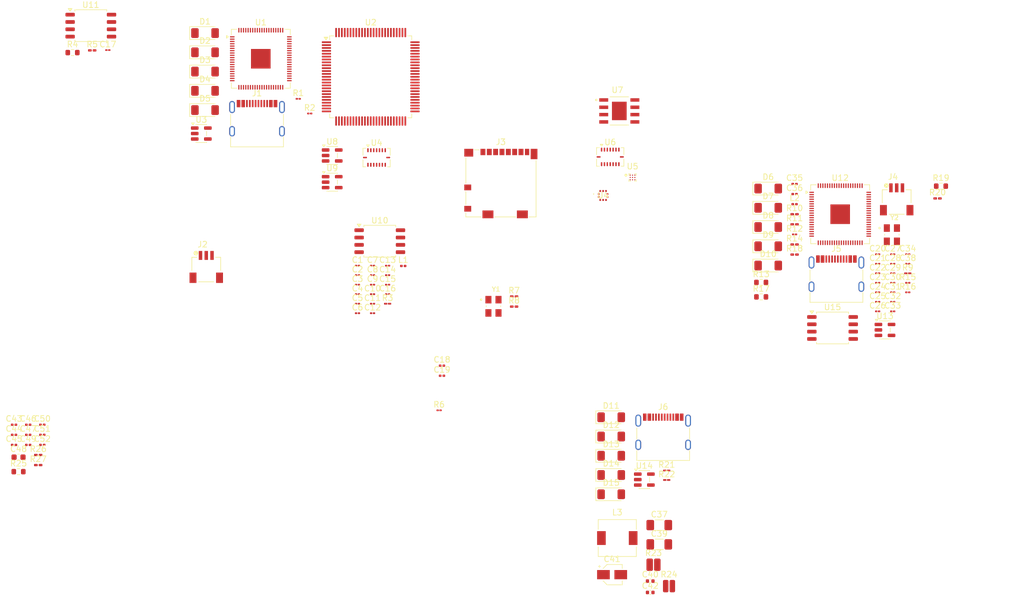
<source format=kicad_pcb>
(kicad_pcb (version 20241229) (generator "pcbnew") (generator_version "9.0")
  (layers (0 "F.Cu" signal) (2 "B.Cu" signal) (13 "F.Paste" user) (15 "B.Paste" user) (5 "F.SilkS" user "F.Silkscreen") (7 "B.SilkS" user "B.Silkscreen") (1 "F.Mask" user) (3 "B.Mask" user) (25 "Edge.Cuts" user))
  (net 0 "")
  (net 1 "Nav-D-")
  (net 2 "Net-(D1-A)")
  (net 3 "Net-(D2-A)")
  (net 4 "Nav-D+")
  (net 5 "Nav-5V")
  (net 6 "Net-(D3-A)")
  (net 7 "Net-(D4-K)")
  (net 8 "+5V")
  (net 9 "GND")
  (net 11 "Net-(J1-CC1)")
  (net 12 "Net-(J1-CC2)")
  (net 19 "Nav-QSPI_SS")
  (net 24 "Net-(U1-USB_DM)")
  (net 28 "Net-(U1-USB_DP)")
  (net 30 "Net-(R4-Pad2)")
  (net 35 "Nav-GPIO0")
  (net 37 "Nav-QSPI_SD0")
  (net 41 "Nav-Xin")
  (net 49 "Nav-QSPI_SD2")
  (net 52 "Tel-3.3V")
  (net 58 "Nav-Xout")
  (net 62 "Nav-QSPI_SCLK")
  (net 65 "Nav-QSPI_SD1")
  (net 74 "Net-(C43-Pad1)")
  (net 76 "Net-(C49-Pad2)")
  (net 79 "Net-(C51-Pad1)")
  (net 81 "Net-(C52-Pad1)")
  (net 82 "Net-(R25-Pad2)")
  (net 84 "MPU-NRST")
  (net 87 "MPU-BOOT0")
  (net 164 "Nav-3.3V")
  (net 172 "Net-(U4-GNDA-Pad2)")
  (net 181 "Net-(U7-BS)")
  (net 183 "Net-(U7-LX)")
  (net 184 "Net-(U7-VCC)")
  (net 185 "VCC")
  (net 186 "Net-(U7-SS)")
  (net 188 "Net-(D11-K)")
  (net 189 "MPU-5V")
  (net 190 "Net-(D13-A)")
  (net 228 "Net-(U6-GNDA-Pad2)")
  (net 236 "Net-(D14-A)")
  (net 237 "MPU-D-")
  (net 238 "MPU-D+")
  (net 239 "Net-(D15-A)")
  (net 240 "Net-(J6-CC1)")
  (net 243 "Net-(J6-CC2)")
  (net 244 "Net-(U1-VREG_AVDD)")
  (net 245 "Nav-1.1V")
  (net 246 "Net-(U1-VREG_LX)")
  (net 247 "Nav-QSPI_SD3")
  (net 248 "Net-(C19-Pad1)")
  (net 249 "Nav-SWCLK")
  (net 250 "Nav-SWD")
  (net 251 "Tel-1.1V")
  (net 252 "Net-(U12-VREG_AVDD)")
  (net 253 "Tel-Xin")
  (net 254 "Net-(C36-Pad1)")
  (net 255 "Net-(D6-K)")
  (net 256 "Tel-5V")
  (net 257 "Net-(D8-A)")
  (net 258 "Net-(D9-A)")
  (net 259 "Tel-D-")
  (net 260 "Net-(D10-A)")
  (net 261 "Tel-D+")
  (net 262 "Tel-SWD")
  (net 263 "Tel-SWCLK")
  (net 265 "Net-(J5-CC2)")
  (net 267 "Net-(J5-CC1)")
  (net 268 "Net-(U12-VREG_LX)")
  (net 269 "Net-(U12-USB_DM)")
  (net 270 "Net-(U12-USB_DP)")
  (net 271 "Tel-Xout")
  (net 272 "Net-(R13-Pad2)")
  (net 273 "Tel-QSPI_SS")
  (net 274 "Net-(R17-Pad2)")
  (net 275 "Tel-RUN")
  (net 276 "Nav-RUN")
  (net 277 "Net-(R19-Pad2)")
  (net 288 "Tel-QSPI_SD2")
  (net 295 "Tel-QSPI_SCLK")
  (net 302 "Tel-QSPI_SD0")
  (net 306 "Tel-QSPI_SD3")
  (net 312 "Tel-QSPI_SD1")
  (net 333 "Net-(U7-FB)")
  (net 334 "+3.3V")
  (net 335 "+1V8")
  (net 337 "MPU-3.3V")
  (footprint "Connector_USB:USB_C_Receptacle_G-Switch_GT-USB-7010ASV" (layer "F.Cu") (at 58.5 59)
    (property "Reference" "J1" (at 0 -5.5 0) (layer "F.SilkS"))
    (property "Value" "USB_C_Receptacle_USB2.0_16P")
    (pad "" np_thru_hole circle (at -2.89 -2.605) (size 0.65 0.65) (drill 0.65) (layers "*.Cu" "*.Mask"))
    (pad "" np_thru_hole circle (at 2.89 -2.605) (size 0.65 0.65) (drill 0.65) (layers "*.Cu" "*.Mask"))
    (pad "A1" smd rect (at -3.2 -3.725) (size 0.6 1.24) (layers "F.Cu" "F.Mask" "F.Paste") (net 9 "GND"))
    (pad "A4" smd rect (at -2.4 -3.725) (size 0.6 1.24) (layers "F.Cu" "F.Mask" "F.Paste") (net 6 "Net-(D3-A)"))
    (pad "A5" smd rect (at -1.25 -3.725) (size 0.3 1.24) (layers "F.Cu" "F.Mask" "F.Paste") (net 11 "Net-(J1-CC1)"))
    (pad "A6" smd rect (at -0.25 -3.725) (size 0.3 1.24) (layers "F.Cu" "F.Mask" "F.Paste") (net 3 "Net-(D2-A)"))
    (pad "A7" smd rect (at 0.25 -3.725) (size 0.3 1.24) (layers "F.Cu" "F.Mask" "F.Paste") (net 2 "Net-(D1-A)"))
    (pad "A8" smd rect (at 1.25 -3.725) (size 0.3 1.24) (layers "F.Cu" "F.Mask" "F.Paste"))
    (pad "A9" smd rect (at 2.4 -3.725) (size 0.6 1.24) (layers "F.Cu" "F.Mask" "F.Paste") (net 6 "Net-(D3-A)"))
    (pad "A12" smd rect (at 3.2 -3.725) (size 0.6 1.24) (layers "F.Cu" "F.Mask" "F.Paste") (net 9 "GND"))
    (pad "B1" smd rect (at 3.2 -3.725) (size 0.6 1.24) (layers "F.Cu" "F.Mask" "F.Paste") (net 9 "GND"))
    (pad "B4" smd rect (at 2.4 -3.725) (size 0.6 1.24) (layers "F.Cu" "F.Mask" "F.Paste") (net 6 "Net-(D3-A)"))
    (pad "B5" smd rect (at 1.75 -3.725) (size 0.3 1.24) (layers "F.Cu" "F.Mask" "F.Paste") (net 12 "Net-(J1-CC2)"))
    (pad "B6" smd rect (at 0.75 -3.725) (size 0.3 1.24) (layers "F.Cu" "F.Mask" "F.Paste") (net 3 "Net-(D2-A)"))
    (pad "B7" smd rect (at -0.75 -3.725) (size 0.3 1.24) (layers "F.Cu" "F.Mask" "F.Paste") (net 2 "Net-(D1-A)"))
    (pad "B8" smd rect (at -1.75 -3.725) (size 0.3 1.24) (layers "F.Cu" "F.Mask" "F.Paste"))
    (pad "B9" smd rect (at -2.4 -3.725) (size 0.6 1.24) (layers "F.Cu" "F.Mask" "F.Paste") (net 6 "Net-(D3-A)"))
    (pad "B12" smd rect (at -3.2 -3.725) (size 0.6 1.24) (layers "F.Cu" "F.Mask" "F.Paste") (net 9 "GND"))
    (pad "S1" thru_hole oval (at -4.32 -3.125) (size 1 2.1) (drill oval 0.6 1.7) (property pad_prop_heatsink) (layers "*.Cu" "*.Mask") (net 9 "GND"))
    (pad "S1" thru_hole oval (at -4.32 1.075) (size 1 1.8) (drill oval 0.6 1.4) (property pad_prop_heatsink) (layers "*.Cu" "*.Mask") (net 9 "GND"))
    (pad "S1" thru_hole oval (at 4.32 -3.125) (size 1 2.1) (drill oval 0.6 1.7) (property pad_prop_heatsink) (layers "*.Cu" "*.Mask") (net 9 "GND"))
    (pad "S1" thru_hole oval (at 4.32 1.075) (size 1 1.8) (drill oval 0.6 1.4) (property pad_prop_heatsink) (layers "*.Cu" "*.Mask") (net 9 "GND"))
  )
  (footprint "Capacitor_SMD:CP_Elec_3x5.3" (layer "F.Cu") (at 120.055 137.01)
    (property "Reference" "C41" (at 0 -2.7 0) (layer "F.SilkS"))
    (property "Value" "C_Polarized_Small")
    (pad "1" smd rect (at -1.5 0) (size 2.2 1.6) (layers "F.Cu" "F.Mask" "F.Paste") (net 8 "+5V"))
    (pad "2" smd rect (at 1.5 0) (size 2.2 1.6) (layers "F.Cu" "F.Mask" "F.Paste") (net 9 "GND"))
  )
  (footprint "Capacitor_SMD:C_01005_0402Metric" (layer "F.Cu") (at 166.0925 84.725)
    (property "Reference" "C22" (at 0 -1 0) (layer "F.SilkS"))
    (property "Value" "4.7uF")
    (pad "1" smd roundrect (at -0.25 0) (size 0.4 0.3) (layers "F.Cu" "F.Mask") (net 252 "Net-(U12-VREG_AVDD)"))
    (pad "2" smd roundrect (at 0.25 0) (size 0.4 0.3) (layers "F.Cu" "F.Mask") (net 9 "GND"))
  )
  (footprint "Resistor_SMD:R_0201_0603Metric_Pad0.64x0.40mm_HandSolder" (layer "F.Cu") (at 103.0675 88.75)
    (property "Reference" "R7" (at 0 -1.05 0) (layer "F.SilkS"))
    (property "Value" "27")
    (pad "1" smd roundrect (at -0.4075 0) (size 0.635 0.4) (layers "F.Cu" "F.Mask") (net 1 "Nav-D-"))
    (pad "2" smd roundrect (at 0.4075 0) (size 0.635 0.4) (layers "F.Cu" "F.Mask") (net 24 "Net-(U1-USB_DM)"))
  )
  (footprint "Capacitor_SMD:C_0201_0603Metric" (layer "F.Cu") (at 21.2775 114.5)
    (property "Reference" "C52" (at 0 -1.05 0) (layer "F.SilkS"))
    (property "Value" "2.2uF")
    (pad "1" smd roundrect (at -0.32 0) (size 0.46 0.4) (layers "F.Cu" "F.Mask") (net 81 "Net-(C52-Pad1)"))
    (pad "2" smd roundrect (at 0.32 0) (size 0.46 0.4) (layers "F.Cu" "F.Mask") (net 9 "GND"))
  )
  (footprint "Capacitor_SMD:C_01005_0402Metric" (layer "F.Cu") (at 168.7025 89.675)
    (property "Reference" "C32" (at 0 -1 0) (layer "F.SilkS"))
    (property "Value" "100nF")
    (pad "1" smd roundrect (at -0.25 0) (size 0.4 0.3) (layers "F.Cu" "F.Mask") (net 251 "Tel-1.1V"))
    (pad "2" smd roundrect (at 0.25 0) (size 0.4 0.3) (layers "F.Cu" "F.Mask") (net 9 "GND"))
  )
  (footprint "Resistor_SMD:R_0201_0603Metric_Pad0.64x0.40mm_HandSolder" (layer "F.Cu") (at 151.6925 74.475)
    (property "Reference" "R10" (at 0 -1.05 0) (layer "F.SilkS"))
    (property "Value" "27")
    (pad "1" smd roundrect (at -0.4075 0) (size 0.635 0.4) (layers "F.Cu" "F.Mask") (net 259 "Tel-D-"))
    (pad "2" smd roundrect (at 0.4075 0) (size 0.635 0.4) (layers "F.Cu" "F.Mask") (net 269 "Net-(U12-USB_DM)"))
  )
  (footprint "Capacitor_SMD:C_01005_0402Metric" (layer "F.Cu") (at 166.0925 88.025)
    (property "Reference" "C24" (at 0 -1 0) (layer "F.SilkS"))
    (property "Value" "100nF")
    (pad "1" smd roundrect (at -0.25 0) (size 0.4 0.3) (layers "F.Cu" "F.Mask") (net 52 "Tel-3.3V"))
    (pad "2" smd roundrect (at 0.25 0) (size 0.4 0.3) (layers "F.Cu" "F.Mask") (net 9 "GND"))
  )
  (footprint "Capacitor_SMD:C_01005_0402Metric" (layer "F.Cu") (at 78.5275 86.7)
    (property "Reference" "C9" (at 0 -1 0) (layer "F.SilkS"))
    (property "Value" "100nF")
    (pad "1" smd roundrect (at -0.25 0) (size 0.4 0.3) (layers "F.Cu" "F.Mask") (net 164 "Nav-3.3V"))
    (pad "2" smd roundrect (at 0.25 0) (size 0.4 0.3) (layers "F.Cu" "F.Mask") (net 9 "GND"))
  )
  (footprint "Capacitor_SMD:C_01005_0402Metric" (layer "F.Cu") (at 75.9175 83.4)
    (property "Reference" "C1" (at 0 -1 0) (layer "F.SilkS"))
    (property "Value" "100nF")
    (pad "1" smd roundrect (at -0.25 0) (size 0.4 0.3) (layers "F.Cu" "F.Mask") (net 164 "Nav-3.3V"))
    (pad "2" smd roundrect (at 0.25 0) (size 0.4 0.3) (layers "F.Cu" "F.Mask") (net 9 "GND"))
  )
  (footprint "Capacitor_SMD:C_0201_0603Metric" (layer "F.Cu") (at 90.5675 100.75)
    (property "Reference" "C18" (at 0 -1.05 0) (layer "F.SilkS"))
    (property "Value" "15p")
    (pad "1" smd roundrect (at -0.32 0) (size 0.46 0.4) (layers "F.Cu" "F.Mask") (net 41 "Nav-Xin"))
    (pad "2" smd roundrect (at 0.32 0) (size 0.46 0.4) (layers "F.Cu" "F.Mask") (net 9 "GND"))
  )
  (footprint "Inductor_SMD:L_6.3x6.3_H3" (layer "F.Cu") (at 120.955 130.66)
    (property "Reference" "L3" (at 0 -4.45 0) (layer "F.SilkS"))
    (property "Value" "3.3uH-XAL7030-332ME")
    (pad "1" smd rect (at -2.75 0) (size 1.5 2.4) (layers "F.Cu" "F.Mask" "F.Paste") (net 8 "+5V"))
    (pad "2" smd rect (at 2.75 0) (size 1.5 2.4) (layers "F.Cu" "F.Mask" "F.Paste") (net 183 "Net-(U7-LX)"))
  )
  (footprint "Resistor_SMD:R_0201_0603Metric_Pad0.64x0.40mm_HandSolder" (layer "F.Cu") (at 151.6925 76.225)
    (property "Reference" "R11" (at 0 -1.05 0) (layer "F.SilkS"))
    (property "Value" "27")
    (pad "1" smd roundrect (at -0.4075 0) (size 0.635 0.4) (layers "F.Cu" "F.Mask") (net 261 "Tel-D+"))
    (pad "2" smd roundrect (at 0.4075 0) (size 0.635 0.4) (layers "F.Cu" "F.Mask") (net 270 "Net-(U12-USB_DP)"))
  )
  (footprint "Capacitor_SMD:C_01005_0402Metric" (layer "F.Cu") (at 168.7025 83.075)
    (property "Reference" "C28" (at 0 -1 0) (layer "F.SilkS"))
    (property "Value" "100nF")
    (pad "1" smd roundrect (at -0.25 0) (size 0.4 0.3) (layers "F.Cu" "F.Mask") (net 52 "Tel-3.3V"))
    (pad "2" smd roundrect (at 0.25 0) (size 0.4 0.3) (layers "F.Cu" "F.Mask") (net 9 "GND"))
  )
  (footprint "Diode_SMD:D_MiniMELF" (layer "F.Cu") (at 147.1175 73.36)
    (property "Reference" "D7" (at 0 -2 0) (layer "F.SilkS"))
    (property "Value" "BZV55B5V1")
    (pad "1" smd roundrect (at -1.75 0) (size 1.3 1.7) (layers "F.Cu" "F.Mask" "F.Paste") (roundrect_rratio 0.1923076923) (net 255 "Net-(D6-K)"))
    (pad "2" smd roundrect (at 1.75 0) (size 1.3 1.7) (layers "F.Cu" "F.Mask" "F.Paste") (roundrect_rratio 0.1923076923) (net 256 "Tel-5V"))
  )
  (footprint "Capacitor_SMD:C_0201_0603Metric" (layer "F.Cu") (at 16.3775 112.75)
    (property "Reference" "C44" (at 0 -1.05 0) (layer "F.SilkS"))
    (property "Value" "100nF")
    (pad "1" smd roundrect (at -0.32 0) (size 0.46 0.4) (layers "F.Cu" "F.Mask") (net 74 "Net-(C43-Pad1)"))
    (pad "2" smd roundrect (at 0.32 0) (size 0.46 0.4) (layers "F.Cu" "F.Mask") (net 9 "GND"))
  )
  (footprint "BMM350:BGA9C40P3X3_128X128X50" (layer "F.Cu") (at 123.6 68.1)
    (property "Reference" "U5" (at 0 -1.92 0) (layer "F.SilkS"))
    (property "Value" "BMM350")
    (pad "A1" smd circle (at -0.4 -0.4) (size 0.2 0.2) (layers "F.Cu" "F.Mask" "F.Paste"))
    (pad "A2" smd circle (at 0 -0.4) (size 0.2 0.2) (layers "F.Cu" "F.Mask" "F.Paste"))
    (pad "A3" smd circle (at 0.4 -0.4) (size 0.2 0.2) (layers "F.Cu" "F.Mask" "F.Paste"))
    (pad "B1" smd circle (at -0.4 0) (size 0.2 0.2) (layers "F.Cu" "F.Mask" "F.Paste"))
    (pad "B2" smd circle (at 0 0) (size 0.2 0.2) (layers "F.Cu" "F.Mask" "F.Paste"))
    (pad "B3" smd circle (at 0.4 0) (size 0.2 0.2) (layers "F.Cu" "F.Mask" "F.Paste"))
    (pad "C1" smd circle (at -0.4 0.4) (size 0.2 0.2) (layers "F.Cu" "F.Mask" "F.Paste"))
    (pad "C2" smd circle (at 0 0.4) (size 0.2 0.2) (layers "F.Cu" "F.Mask" "F.Paste"))
    (pad "C3" smd circle (at 0.4 0.4) (size 0.2 0.2) (layers "F.Cu" "F.Mask" "F.Paste"))
  )
  (footprint "Capacitor_SMD:C_0201_0603Metric" (layer "F.Cu") (at 18.8275 111)
    (property "Reference" "C46" (at 0 -1.05 0) (layer "F.SilkS"))
    (property "Value" "100nF")
    (pad "1" smd roundrect (at -0.32 0) (size 0.46 0.4) (layers "F.Cu" "F.Mask") (net 74 "Net-(C43-Pad1)"))
    (pad "2" smd roundrect (at 0.32 0) (size 0.46 0.4) (layers "F.Cu" "F.Mask") (net 9 "GND"))
  )
  (footprint "Capacitor_SMD:C_0201_0603Metric" (layer "F.Cu") (at 151.6925 70.975)
    (property "Reference" "C36" (at 0 -1.05 0) (layer "F.SilkS"))
    (property "Value" "15p")
    (pad "1" smd roundrect (at -0.32 0) (size 0.46 0.4) (layers "F.Cu" "F.Mask") (net 254 "Net-(C36-Pad1)"))
    (pad "2" smd roundrect (at 0.32 0) (size 0.46 0.4) (layers "F.Cu" "F.Mask") (net 9 "GND"))
  )
  (footprint "Diode_SMD:D_MiniMELF" (layer "F.Cu") (at 119.9 116.385)
    (property "Reference" "D13" (at 0 -2 0) (layer "F.SilkS"))
    (property "Value" "BZV55B5V1")
    (pad "1" smd roundrect (at -1.75 0) (size 1.3 1.7) (layers "F.Cu" "F.Mask" "F.Paste") (roundrect_rratio 0.1923076923) (net 189 "MPU-5V"))
    (pad "2" smd roundrect (at 1.75 0) (size 1.3 1.7) (layers "F.Cu" "F.Mask" "F.Paste") (roundrect_rratio 0.1923076923) (net 190 "Net-(D13-A)"))
  )
  (footprint "Capacitor_SMD:C_0201_0603Metric" (layer "F.Cu") (at 21.2775 112.75)
    (property "Reference" "C51" (at 0 -1.05 0) (layer "F.SilkS"))
    (property "Value" "2.2uF")
    (pad "1" smd roundrect (at -0.32 0) (size 0.46 0.4) (layers "F.Cu" "F.Mask") (net 79 "Net-(C51-Pad1)"))
    (pad "2" smd roundrect (at 0.32 0) (size 0.46 0.4) (layers "F.Cu" "F.Mask") (net 9 "GND"))
  )
  (footprint "ABM8-272-T3:XTAL_ABM8-272-T3" (layer "F.Cu") (at 168.5625 78.025)
    (property "Reference" "Y2" (at 0.45 -2.95 0) (layer "F.SilkS") (effects (font (size 0.787402 0.787402))))
    (property "Value" "ABM8-272-T3")
    (pad "1" smd rect (at -0.875 -1.15) (size 1.05 1.3) (layers "F.Cu" "F.Mask" "F.Paste") (net 253 "Tel-Xin"))
    (pad "2" smd rect (at -0.875 1.15) (size 1.05 1.3) (layers "F.Cu" "F.Mask" "F.Paste") (net 9 "GND"))
    (pad "3" smd rect (at 0.875 1.15) (size 1.05 1.3) (layers "F.Cu" "F.Mask" "F.Paste") (net 254 "Net-(C36-Pad1)"))
    (pad "4" smd rect (at 0.875 -1.15) (size 1.05 1.3) (layers "F.Cu" "F.Mask" "F.Paste") (net 9 "GND"))
  )
  (footprint "Resistor_SMD:R_0603_1608Metric" (layer "F.Cu") (at 17.1575 119.14)
    (property "Reference" "R25" (at 0 -1.43 0) (layer "F.SilkS"))
    (property "Value" "DNF")
    (pad "1" smd roundrect (at -0.825 0) (size 0.8 0.95) (layers "F.Cu" "F.Mask" "F.Paste") (net 84 "MPU-NRST"))
    (pad "2" smd roundrect (at 0.825 0) (size 0.8 0.95) (layers "F.Cu" "F.Mask" "F.Paste") (net 82 "Net-(R25-Pad2)"))
  )
  (footprint "Package_TO_SOT_SMD:SOT-23-5" (layer "F.Cu") (at 125.645 120.515)
    (property "Reference" "U14" (at 0 -2.4 0) (layer "F.SilkS"))
    (property "Value" "AP2112K-3.3")
    (pad "1" smd roundrect (at -1.1375 -0.95) (size 1.325 0.6) (layers "F.Cu" "F.Mask" "F.Paste") (net 188 "Net-(D11-K)"))
    (pad "2" smd roundrect (at -1.1375 0) (size 1.325 0.6) (layers "F.Cu" "F.Mask" "F.Paste") (net 9 "GND"))
    (pad "3" smd roundrect (at -1.1375 0.95) (size 1.325 0.6) (layers "F.Cu" "F.Mask" "F.Paste") (net 9 "GND"))
    (pad "4" smd roundrect (at 1.1375 0.95) (size 1.325 0.6) (layers "F.Cu" "F.Mask" "F.Paste"))
    (pad "5" smd roundrect (at 1.1375 -0.95) (size 1.325 0.6) (layers "F.Cu" "F.Mask" "F.Paste") (net 337 "MPU-3.3V"))
  )
  (footprint "Diode_SMD:D_MiniMELF" (layer "F.Cu") (at 49.485 43.045)
    (property "Reference" "D1" (at 0 -2 0) (layer "F.SilkS"))
    (property "Value" "BZV55B5V1")
    (pad "1" smd roundrect (at -1.75 0) (size 1.3 1.7) (layers "F.Cu" "F.Mask" "F.Paste") (roundrect_rratio 0.1923076923) (net 1 "Nav-D-"))
    (pad "2" smd roundrect (at 1.75 0) (size 1.3 1.7) (layers "F.Cu" "F.Mask" "F.Paste") (roundrect_rratio 0.1923076923) (net 2 "Net-(D1-A)"))
  )
  (footprint "Capacitor_SMD:C_01005_0402Metric" (layer "F.Cu") (at 32.6375 46)
    (property "Reference" "C17" (at 0 -1 0) (layer "F.SilkS"))
    (property "Value" "100nF")
    (pad "1" smd roundrect (at -0.25 0) (size 0.4 0.3) (layers "F.Cu" "F.Mask") (net 164 "Nav-3.3V"))
    (pad "2" smd roundrect (at 0.25 0) (size 0.4 0.3) (layers "F.Cu" "F.Mask") (net 9 "GND"))
  )
  (footprint "Diode_SMD:D_MiniMELF" (layer "F.Cu") (at 119.9 113.045)
    (property "Reference" "D12" (at 0 -2 0) (layer "F.SilkS"))
    (property "Value" "BZV55B5V1")
    (pad "1" smd roundrect (at -1.75 0) (size 1.3 1.7) (layers "F.Cu" "F.Mask" "F.Paste") (roundrect_rratio 0.1923076923) (net 188 "Net-(D11-K)"))
    (pad "2" smd roundrect (at 1.75 0) (size 1.3 1.7) (layers "F.Cu" "F.Mask" "F.Paste") (roundrect_rratio 0.1923076923) (net 189 "MPU-5V"))
  )
  (footprint "Capacitor_SMD:C_01005_0402Metric" (layer "F.Cu") (at 78.5275 91.65)
    (property "Reference" "C12" (at 0 -1 0) (layer "F.SilkS"))
    (property "Value" "4.7uF")
    (pad "1" smd roundrect (at -0.25 0) (size 0.4 0.3) (layers "F.Cu" "F.Mask") (net 164 "Nav-3.3V"))
    (pad "2" smd roundrect (at 0.25 0) (size 0.4 0.3) (layers "F.Cu" "F.Mask") (net 9 "GND"))
  )
  (footprint "Package_SO:SOIC-8_5.3x5.3mm_P1.27mm" (layer "F.Cu") (at 158.2725 94.21)
    (property "Reference" "U15" (at 0 -3.6 0) (layer "F.SilkS"))
    (property "Value" "W25Q128JVS")
    (pad "1" smd roundrect (at -3.5875 -1.905) (size 1.625 0.65) (layers "F.Cu" "F.Mask" "F.Paste") (net 273 "Tel-QSPI_SS"))
    (pad "2" smd roundrect (at -3.5875 -0.635) (size 1.625 0.65) (layers "F.Cu" "F.Mask" "F.Paste") (net 312 "Tel-QSPI_SD1"))
    (pad "3" smd roundrect (at -3.5875 0.635) (size 1.625 0.65) (layers "F.Cu" "F.Mask" "F.Paste") (net 288 "Tel-QSPI_SD2"))
    (pad "4" smd roundrect (at -3.5875 1.905) (size 1.625 0.65) (layers "F.Cu" "F.Mask" "F.Paste") (net 9 "GND"))
    (pad "5" smd roundrect (at 3.5875 1.905) (size 1.625 0.65) (layers "F.Cu" "F.Mask" "F.Paste") (net 302 "Tel-QSPI_SD0"))
    (pad "6" smd roundrect (at 3.5875 0.635) (size 1.625 0.65) (layers "F.Cu" "F.Mask" "F.Paste") (net 295 "Tel-QSPI_SCLK"))
    (pad "7" smd roundrect (at 3.5875 -0.635) (size 1.625 0.65) (layers "F.Cu" "F.Mask" "F.Paste") (net 306 "Tel-QSPI_SD3"))
    (pad "8" smd roundrect (at 3.5875 -1.905) (size 1.625 0.65) (layers "F.Cu" "F.Mask" "F.Paste") (net 52 "Tel-3.3V"))
  )
  (footprint "Resistor_SMD:R_01005_0402Metric" (layer "F.Cu") (at 67.6375 57)
    (property "Reference" "R2" (at 0 -1 0) (layer "F.SilkS"))
    (property "Value" "R")
    (pad "1" smd roundrect (at -0.25 0) (size 0.4 0.3) (layers "F.Cu" "F.Mask") (net 12 "Net-(J1-CC2)"))
    (pad "2" smd roundrect (at 0.25 0) (size 0.4 0.3) (layers "F.Cu" "F.Mask") (net 9 "GND"))
  )
  (footprint "Resistor_SMD:R_01005_0402Metric" (layer "F.Cu") (at 171.3125 88.025)
    (property "Reference" "R16" (at 0 -1 0) (layer "F.SilkS"))
    (property "Value" "R")
    (pad "1" smd roundrect (at -0.25 0) (size 0.4 0.3) (layers "F.Cu" "F.Mask") (net 265 "Net-(J5-CC2)"))
    (pad "2" smd roundrect (at 0.25 0) (size 0.4 0.3) (layers "F.Cu" "F.Mask") (net 9 "GND"))
  )
  (footprint "Connector_USB:USB_C_Receptacle_G-Switch_GT-USB-7010ASV" (layer "F.Cu") (at 158.9425 85.975)
    (property "Reference" "J5" (at 0 -5.5 0) (layer "F.SilkS"))
    (property "Value" "USB_C_Receptacle_USB2.0_16P")
    (pad "" np_thru_hole circle (at -2.89 -2.605) (size 0.65 0.65) (drill 0.65) (layers "*.Cu" "*.Mask"))
    (pad "" np_thru_hole circle (at 2.89 -2.605) (size 0.65 0.65) (drill 0.65) (layers "*.Cu" "*.Mask"))
    (pad "A1" smd rect (at -3.2 -3.725) (size 0.6 1.24) (layers "F.Cu" "F.Mask" "F.Paste") (net 9 "GND"))
    (pad "A4" smd rect (at -2.4 -3.725) (size 0.6 1.24) (layers "F.Cu" "F.Mask" "F.Paste") (net 257 "Net-(D8-A)"))
    (pad "A5" smd rect (at -1.25 -3.725) (size 0.3 1.24) (layers "F.Cu" "F.Mask" "F.Paste") (net 267 "Net-(J5-CC1)"))
    (pad "A6" smd rect (at -0.25 -3.725) (size 0.3 1.24) (layers "F.Cu" "F.Mask" "F.Paste") (net 260 "Net-(D10-A)"))
    (pad "A7" smd rect (at 0.25 -3.725) (size 0.3 1.24) (layers "F.Cu" "F.Mask" "F.Paste") (net 258 "Net-(D9-A)"))
    (pad "A8" smd rect (at 1.25 -3.725) (size 0.3 1.24) (layers "F.Cu" "F.Mask" "F.Paste"))
    (pad "A9" smd rect (at 2.4 -3.725) (size 0.6 1.24) (layers "F.Cu" "F.Mask" "F.Paste") (net 257 "Net-(D8-A)"))
    (pad "A12" smd rect (at 3.2 -3.725) (size 0.6 1.24) (layers "F.Cu" "F.Mask" "F.Paste") (net 9 "GND"))
    (pad "B1" smd rect (at 3.2 -3.725) (size 0.6 1.24) (layers "F.Cu" "F.Mask" "F.Paste") (net 9 "GND"))
    (pad "B4" smd rect (at 2.4 -3.725) (size 0.6 1.24) (layers "F.Cu" "F.Mask" "F.Paste") (net 257 "Net-(D8-A)"))
    (pad "B5" smd rect (at 1.75 -3.725) (size 0.3 1.24) (layers "F.Cu" "F.Mask" "F.Paste") (net 265 "Net-(J5-CC2)"))
    (pad "B6" smd rect (at 0.75 -3.725) (size 0.3 1.24) (layers "F.Cu" "F.Mask" "F.Paste") (net 260 "Net-(D10-A)"))
    (pad "B7" smd rect (at -0.75 -3.725) (size 0.3 1.24) (layers "F.Cu" "F.Mask" "F.Paste") (net 258 "Net-(D9-A)"))
    (pad "B8" smd rect (at -1.75 -3.725) (size 0.3 1.24) (layers "F.Cu" "F.Mask" "F.Paste"))
    (pad "B9" smd rect (at -2.4 -3.725) (size 0.6 1.24) (layers "F.Cu" "F.Mask" "F.Paste") (net 257 "Net-(D8-A)"))
    (pad "B12" smd rect (at -3.2 -3.725) (size 0.6 1.24) (layers "F.Cu" "F.Mask" "F.Paste") (net 9 "GND"))
    (pad "S1" thru_hole oval (at -4.32 -3.125) (size 1 2.1) (drill oval 0.6 1.7) (property pad_prop_heatsink) (layers "*.Cu" "*.Mask") (net 9 "GND"))
    (pad "S1" thru_hole oval (at -4.32 1.075) (size 1 1.8) (drill oval 0.6 1.4) (property pad_prop_heatsink) (layers "*.Cu" "*.Mask") (net 9 "GND"))
    (pad "S1" thru_hole oval (at 4.32 -3.125) (size 1 2.1) (drill oval 0.6 1.7) (property pad_prop_heatsink) (layers "*.Cu" "*.Mask") (net 9 "GND"))
    (pad "S1" thru_hole oval (at 4.32 1.075) (size 1 1.8) (drill oval 0.6 1.4) (property pad_prop_heatsink) (layers "*.Cu" "*.Mask") (net 9 "GND"))
  )
  (footprint "Capacitor_SMD:C_0201_0603Metric" (layer "F.Cu") (at 18.8275 112.75)
    (property "Reference" "C47" (at 0 -1.05 0) (layer "F.SilkS"))
    (property "Value" "100nF")
    (pad "1" smd roundrect (at -0.32 0) (size 0.46 0.4) (layers "F.Cu" "F.Mask") (net 74 "Net-(C43-Pad1)"))
    (pad "2" smd roundrect (at 0.32 0) (size 0.46 0.4) (layers "F.Cu" "F.Mask") (net 9 "GND"))
  )
  (footprint "Capacitor_SMD:C_01005_0402Metric" (layer "F.Cu") (at 78.5275 88.35)
    (property "Reference" "C10" (at 0 -1 0) (layer "F.SilkS"))
    (property "Value" "4.7uF")
    (pad "1" smd roundrect (at -0.25 0) (size 0.4 0.3) (layers "F.Cu" "F.Mask") (net 244 "Net-(U1-VREG_AVDD)"))
    (pad "2" smd roundrect (at 0.25 0) (size 0.4 0.3) (layers "F.Cu" "F.Mask") (net 9 "GND"))
  )
  (footprint "Capacitor_SMD:C_01005_0402Metric" (layer "F.Cu") (at 168.7025 81.425)
    (property "Reference" "C27" (at 0 -1 0) (layer "F.SilkS"))
    (property "Value" "100nF")
    (pad "1" smd roundrect (at -0.25 0) (size 0.4 0.3) (layers "F.Cu" "F.Mask") (net 52 "Tel-3.3V"))
    (pad "2" smd roundrect (at 0.25 0) (size 0.4 0.3) (layers "F.Cu" "F.Mask") (net 9 "GND"))
  )
  (footprint "Capacitor_SMD:C_01005_0402Metric" (layer "F.Cu") (at 166.0925 89.675)
    (property "Reference" "C25" (at 0 -1 0) (layer "F.SilkS"))
    (property "Value" "100nF")
    (pad "1" smd roundrect (at -0.25 0) (size 0.4 0.3) (layers "F.Cu" "F.Mask") (net 52 "Tel-3.3V"))
    (pad "2" smd roundrect (at 0.25 0) (size 0.4 0.3) (layers "F.Cu" "F.Mask") (net 9 "GND"))
  )
  (footprint "BMP581:BMP581" (layer "F.Cu") (at 118.5 71.225)
    (property "Reference" "U4" (at 0 0 0) (layer "F.SilkS"))
    (property "Value" "BMP581")
    (pad "1" smd rect (at -0.75 -0.25) (size 0.325 0.3) (layers "F.Cu" "F.Mask" "F.Paste"))
    (pad "2" smd rect (at -0.75 0.25) (size 0.325 0.3) (layers "F.Cu" "F.Mask" "F.Paste"))
    (pad "3" smd rect (at -0.5 0.775) (size 0.3 0.325) (layers "F.Cu" "F.Mask" "F.Paste"))
    (pad "4" smd rect (at 0 0.775) (size 0.3 0.325) (layers "F.Cu" "F.Mask" "F.Paste"))
    (pad "5" smd rect (at 0.5 0.775) (size 0.3 0.325) (layers "F.Cu" "F.Mask" "F.Paste"))
    (pad "6" smd rect (at 0.75 0.25) (size 0.325 0.3) (layers "F.Cu" "F.Mask" "F.Paste"))
    (pad "7" smd rect (at 0.75 -0.25) (size 0.325 0.3) (layers "F.Cu" "F.Mask" "F.Paste"))
    (pad "8" smd rect (at 0.5 -0.775) (size 0.3 0.325) (layers "F.Cu" "F.Mask" "F.Paste"))
    (pad "9" smd rect (at 0 -0.775) (size 0.3 0.325) (layers "F.Cu" "F.Mask" "F.Paste"))
    (pad "10" smd rect (at -0.5 -0.775) (size 0.3 0.325) (layers "F.Cu" "F.Mask" "F.Paste"))
  )
  (footprint "Capacitor_SMD:C_01005_0402Metric" (layer "F.Cu") (at 75.9175 86.7)
    (property "Reference" "C3" (at 0 -1 0) (layer "F.SilkS"))
    (property "Value" "100nF")
    (pad "1" smd roundrect (at -0.25 0) (size 0.4 0.3) (layers "F.Cu" "F.Mask") (net 164 "Nav-3.3V"))
    (pad "2" smd roundrect (at 0.25 0) (size 0.4 0.3) (layers "F.Cu" "F.Mask") (net 9 "GND"))
  )
  (footprint "Resistor_SMD:R_01005_0402Metric_Pad0.57x0.30mm_HandSolder" (layer "F.Cu") (at 129.525 118.94)
    (property "Reference" "R21" (at 0 -1 0) (layer "F.SilkS"))
    (property "Value" "R")
    (pad "1" smd roundrect (at -0.3375 0) (size 0.575 0.3) (layers "F.Cu" "F.Mask") (net 240 "Net-(J6-CC1)"))
    (pad "2" smd roundrect (at 0.3375 0) (size 0.575 0.3) (layers "F.Cu" "F.Mask") (net 9 "GND"))
  )
  (footprint "Connector_USB:USB_C_Receptacle_G-Switch_GT-USB-7010ASV" (layer "F.Cu") (at 128.915 113.41)
    (property "Reference" "J6" (at 0 -5.5 0) (layer "F.SilkS"))
    (property "Value" "USB_C_Receptacle_USB2.0_16P")
    (pad "" np_thru_hole circle (at -2.89 -2.605) (size 0.65 0.65) (drill 0.65) (layers "*.Cu" "*.Mask"))
    (pad "" np_thru_hole circle (at 2.89 -2.605) (size 0.65 0.65) (drill 0.65) (layers "*.Cu" "*.Mask"))
    (pad "A1" smd rect (at -3.2 -3.725) (size 0.6 1.24) (layers "F.Cu" "F.Mask" "F.Paste") (net 9 "GND"))
    (pad "A4" smd rect (at -2.4 -3.725) (size 0.6 1.24) (layers "F.Cu" "F.Mask" "F.Paste") (net 190 "Net-(D13-A)"))
    (pad "A5" smd rect (at -1.25 -3.725) (size 0.3 1.24) (layers "F.Cu" "F.Mask" "F.Paste") (net 240 "Net-(J6-CC1)"))
    (pad "A6" smd rect (at -0.25 -3.725) (size 0.3 1.24) (layers "F.Cu" "F.Mask" "F.Paste") (net 239 "Net-(D15-A)"))
    (pad "A7" smd rect (at 0.25 -3.725) (size 0.3 1.24) (layers "F.Cu" "F.Mask" "F.Paste") (net 236 "Net-(D14-A)"))
    (pad "A8" smd rect (at 1.25 -3.725) (size 0.3 1.24) (layers "F.Cu" "F.Mask" "F.Paste"))
    (pad "A9" smd rect (at 2.4 -3.725) (size 0.6 1.24) (layers "F.Cu" "F.Mask" "F.Paste") (net 190 "Net-(D13-A)"))
    (pad "A12" smd rect (at 3.2 -3.725) (size 0.6 1.24) (layers "F.Cu" "F.Mask" "F.Paste") (net 9 "GND"))
    (pad "B1" smd rect (at 3.2 -3.725) (size 0.6 1.24) (layers "F.Cu" "F.Mask" "F.Paste") (net 9 "GND"))
    (pad "B4" smd rect (at 2.4 -3.725) (size 0.6 1.24) (layers "F.Cu" "F.Mask" "F.Paste") (net 190 "Net-(D13-A)"))
    (pad "B5" smd rect (at 1.75 -3.725) (size 0.3 1.24) (layers "F.Cu" "F.Mask" "F.Paste") (net 243 "Net-(J6-CC2)"))
    (pad "B6" smd rect (at 0.75 -3.725) (size 0.3 1.24) (layers "F.Cu" "F.Mask" "F.Paste") (net 239 "Net-(D15-A)"))
    (pad "B7" smd rect (at -0.75 -3.725) (size 0.3 1.24) (layers "F.Cu" "F.Mask" "F.Paste") (net 236 "Net-(D14-A)"))
    (pad "B8" smd rect (at -1.75 -3.725) (size 0.3 1.24) (layers "F.Cu" "F.Mask" "F.Paste"))
    (pad "B9" smd rect (at -2.4 -3.725) (size 0.6 1.24) (layers "F.Cu" "F.Mask" "F.Paste") (net 190 "Net-(D13-A)"))
    (pad "B12" smd rect (at -3.2 -3.725) (size 0.6 1.24) (layers "F.Cu" "F.Mask" "F.Paste") (net 9 "GND"))
    (pad "S1" thru_hole oval (at -4.32 -3.125) (size 1 2.1) (drill oval 0.6 1.7) (property pad_prop_heatsink) (layers "*.Cu" "*.Mask") (net 9 "GND"))
    (pad "S1" thru_hole oval (at -4.32 1.075) (size 1 1.8) (drill oval 0.6 1.4) (property pad_prop_heatsink) (layers "*.Cu" "*.Mask") (net 9 "GND"))
    (pad "S1" thru_hole oval (at 4.32 -3.125) (size 1 2.1) (drill oval 0.6 1.7) (property pad_prop_heatsink) (layers "*.Cu" "*.Mask") (net 9 "GND"))
    (pad "S1" thru_hole oval (at 4.32 1.075) (size 1 1.8) (drill oval 0.6 1.4) (property pad_prop_heatsink) (layers "*.Cu" "*.Mask") (net 9 "GND"))
  )
  (footprint "Capacitor_SMD:C_0603_1608Metric" (layer "F.Cu") (at 17.1575 116.63)
    (property "Reference" "C48" (at 0 -1.43 0) (layer "F.SilkS"))
    (property "Value" "4.7uf")
    (pad "1" smd roundrect (at -0.775 0) (size 0.9 0.95) (layers "F.Cu" "F.Mask" "F.Paste") (net 337 "MPU-3.3V"))
    (pad "2" smd roundrect (at 0.775 0) (size 0.9 0.95) (layers "F.Cu" "F.Mask" "F.Paste") (net 74 "Net-(C43-Pad1)"))
  )
  (footprint "Resistor_SMD:R_0201_0603Metric_Pad0.64x0.40mm_HandSolder" (layer "F.Cu") (at 103.0675 90.5)
    (property "Reference" "R8" (at 0 -1.05 0) (layer "F.SilkS"))
    (property "Value" "27")
    (pad "1" smd roundrect (at -0.4075 0) (size 0.635 0.4) (layers "F.Cu" "F.Mask") (net 4 "Nav-D+"))
    (pad "2" smd roundrect (at 0.4075 0) (size 0.635 0.4) (layers "F.Cu" "F.Mask") (net 28 "Net-(U1-USB_DP)"))
  )
  (footprint "Resistor_SMD:R_0201_0603Metric_Pad0.64x0.40mm_HandSolder" (layer "F.Cu") (at 29.9275 46.05)
    (property "Reference" "R5" (at 0 -1.05 0) (layer "F.SilkS"))
    (property "Value" "33")
    (pad "1" smd roundrect (at -0.4075 0) (size 0.635 0.4) (layers "F.Cu" "F.Mask") (net 30 "Net-(R4-Pad2)"))
    (pad "2" smd roundrect (at 0.4075 0) (size 0.635 0.4) (layers "F.Cu" "F.Mask") (net 9 "GND"))
  )
  (footprint "Capacitor_SMD:C_0201_0603Metric" (layer "F.Cu") (at 151.6925 69.225)
    (property "Reference" "C35" (at 0 -1.05 0) (layer "F.SilkS"))
    (property "Value" "15p")
    (pad "1" smd roundrect (at -0.32 0) (size 0.46 0.4) (layers "F.Cu" "F.Mask") (net 253 "Tel-Xin"))
    (pad "2" smd roundrect (at 0.32 0) (size 0.46 0.4) (layers "F.Cu" "F.Mask") (net 9 "GND"))
  )
  (footprint "Diode_SMD:D_MiniMELF" (layer "F.Cu") (at 49.485 49.725)
    (property "Reference" "D3" (at 0 -2 0) (layer "F.SilkS"))
    (property "Value" "BZV55B5V1")
    (pad "1" smd roundrect (at -1.75 0) (size 1.3 1.7) (layers "F.Cu" "F.Mask" "F.Paste") (roundrect_rratio 0.1923076923) (net 5 "Nav-5V"))
    (pad "2" smd roundrect (at 1.75 0) (size 1.3 1.7) (layers "F.Cu" "F.Mask" "F.Paste") (roundrect_rratio 0.1923076923) (net 6 "Net-(D3-A)"))
  )
  (footprint "Resistor_SMD:R_0201_0603Metric_Pad0.64x0.40mm_HandSolder" (layer "F.Cu") (at 20.5675 116.25)
    (property "Reference" "R26" (at 0 -1.05 0) (layer "F.SilkS"))
    (property "Value" "10")
    (pad "1" smd roundrect (at -0.4075 0) (size 0.635 0.4) (layers "F.Cu" "F.Mask") (net 82 "Net-(R25-Pad2)"))
    (pad "2" smd roundrect (at 0.4075 0) (size 0.635 0.4) (layers "F.Cu" "F.Mask") (net 9 "GND"))
  )
  (footprint "ABM8-272-T3:XTAL_ABM8-272-T3" (layer "F.Cu") (at 99.4875 90.45)
    (property "Reference" "Y1" (at 0.45 -2.95 0) (layer "F.SilkS") (effects (font (size 0.787402 0.787402))))
    (property "Value" "ABM8-272-T3")
    (pad "1" smd rect (at -0.875 -1.15) (size 1.05 1.3) (layers "F.Cu" "F.Mask" "F.Paste") (net 41 "Nav-Xin"))
    (pad "2" smd rect (at -0.875 1.15) (size 1.05 1.3) (layers "F.Cu" "F.Mask" "F.Paste") (net 9 "GND"))
    (pad "3" smd rect (at 0.875 1.15) (size 1.05 1.3) (layers "F.Cu" "F.Mask" "F.Paste") (net 248 "Net-(C19-Pad1)"))
    (pad "4" smd rect (at 0.875 -1.15) (size 1.05 1.3) (layers "F.Cu" "F.Mask" "F.Paste") (net 9 "GND"))
  )
  (footprint "Capacitor_SMD:C_1206_3216Metric_Pad1.33x1.80mm_HandSolder" (layer "F.Cu") (at 128.235 128.41)
    (property "Reference" "C37" (at 0 -1.85 0) (layer "F.SilkS"))
    (property "Value" "100nf")
    (pad "1" smd roundrect (at -1.5625 0) (size 1.325 1.8) (layers "F.Cu" "F.Mask" "F.Paste") (roundrect_rratio 0.188679) (net 181 "Net-(U7-BS)"))
    (pad "2" smd roundrect (at 1.5625 0) (size 1.325 1.8) (layers "F.Cu" "F.Mask" "F.Paste") (roundrect_rratio 0.188679) (net 183 "Net-(U7-LX)"))
  )
  (footprint "Package_TO_SOT_SMD:SOT-23-5" (layer "F.Cu") (at 71.53 64.285)
    (property "Reference" "U8" (at 0 -2.4 0) (layer "F.SilkS"))
    (property "Value" "AP2112K-3.3")
    (pad "1" smd roundrect (at -1.1375 -0.95) (size 1.325 0.6) (layers "F.Cu" "F.Mask" "F.Paste") (net 8 "+5V"))
    (pad "2" smd roundrect (at -1.1375 0) (size 1.325 0.6) (layers "F.Cu" "F.Mask" "F.Paste") (net 9 "GND"))
    (pad "3" smd roundrect (at -1.1375 0.95) (size 1.325 0.6) (layers "F.Cu" "F.Mask" "F.Paste") (net 9 "GND"))
    (pad "4" smd roundrect (at 1.1375 0.95) (size 1.325 0.6) (layers "F.Cu" "F.Mask" "F.Paste"))
    (pad "5" smd roundrect (at 1.1375 -0.95) (size 1.325 0.6) (layers "F.Cu" "F.Mask" "F.Paste") (net 334 "+3.3V"))
  )
  (footprint "Capacitor_SMD:C_0201_0603Metric" (layer "F.Cu") (at 90.5675 102.5)
    (property "Reference" "C19" (at 0 -1.05 0) (layer "F.SilkS"))
    (property "Value" "15p")
    (pad "1" smd roundrect (at -0.32 0) (size 0.46 0.4) (layers "F.Cu" "F.Mask") (net 248 "Net-(C19-Pad1)"))
    (pad "2" smd roundrect (at 0.32 0) (size 0.46 0.4) (layers "F.Cu" "F.Mask") (net 9 "GND"))
  )
  (footprint "Capacitor_SMD:C_0402_1005Metric" (layer "F.Cu") (at 126.665 140.1)
    (property "Reference" "C42" (at 0 -1.16 0) (layer "F.SilkS"))
    (property "Value" "100nf")
    (pad "1" smd roundrect (at -0.48 0) (size 0.56 0.62) (layers "F.Cu" "F.Mask" "F.Paste") (net 9 "GND"))
    (pad "2" smd roundrect (at 0.48 0) (size 0.56 0.62) (layers "F.Cu" "F.Mask" "F.Paste") (net 186 "Net-(U7-SS)"))
  )
  (footprint "Resistor_SMD:R_0508_1220Metric" (layer "F.Cu") (at 129.925 139)
    (property "Reference" "R24" (at 0 -2.03 0) (layer "F.SilkS"))
    (property "Value" "15k")
    (pad "1" smd roundrect (at -0.575 0) (size 0.95 2.15) (layers "F.Cu" "F.Mask" "F.Paste") (net 9 "GND"))
    (pad "2" smd roundrect (at 0.575 0) (size 0.95 2.15) (layers "F.Cu" "F.Mask" "F.Paste") (net 333 "Net-(U7-FB)"))
  )
  (footprint "SY8205FCC:VREG_SY8205FCC" (layer "F.Cu") (at 121.306 56.555)
    (property "Reference" "U7" (at -0.325 -3.635 0) (layer "F.SilkS"))
    (property "Value" "SY8205FCC")
    (pad "1" smd rect (at -2.7 -1.905) (size 1.55 0.6) (layers "F.Cu" "F.Mask" "F.Paste") (net 181 "Net-(U7-BS)"))
    (pad "2" smd rect (at -2.7 -0.635) (size 1.55 0.6) (layers "F.Cu" "F.Mask" "F.Paste") (net 183 "Net-(U7-LX)"))
    (pad "3" smd rect (at -2.7 0.635) (size 1.55 0.6) (layers "F.Cu" "F.Mask" "F.Paste") (net 185 "VCC"))
    (pad "4" smd rect (at -2.7 1.905) (size 1.55 0.6) (layers "F.Cu" "F.Mask" "F.Paste") (net 186 "Net-(U7-SS)"))
    (pad "5" smd rect (at 2.7 1.905) (size 1.55 0.6) (layers "F.Cu" "F.Mask" "F.Paste") (net 333 "Net-(U7-FB)"))
    (pad "6" smd rect (at 2.7 0.635) (size 1.55 0.6) (layers "F.Cu" "F.Mask" "F.Paste") (net 184 "Net-(U7-VCC)"))
    (pad "7" smd rect (at 2.7 -0.635) (size 1.55 0.6) (layers "F.Cu" "F.Mask" "F.Paste") (net 185 "VCC"))
    (pad "8" smd rect (at 2.7 -1.905) (size 1.55 0.6) (layers "F.Cu" "F.Mask" "F.Paste") (net 185 "VCC"))
    (pad "9" smd rect (at 0 0) (size 2.55 3.2) (layers "F.Cu" "F.Mask") (net 9 "GND"))
  )
  (footprint "Package_LGA:Bosch_LGA-16_4.5x3mm_P0.5mm_LayoutBorder7x1y_ClockwisePinNumbering" (layer "F.Cu") (at 119.731 64.53)
    (property "Reference" "U6" (at 0 -2.55 0) (layer "F.SilkS"))
    (property "Value" "BMI088")
    (pad "1" smd roundrect (at -1.5 -1.2625) (size 0.25 0.675) (layers "F.Cu" "F.Mask" "F.Paste"))
    (pad "2" smd roundrect (at -1 -1.2625) (size 0.25 0.675) (layers "F.Cu" "F.Mask" "F.Paste") (net 228 "Net-(U6-GNDA-Pad2)"))
    (pad "3" smd roundrect (at -0.5 -1.2625) (size 0.25 0.675) (layers "F.Cu" "F.Mask" "F.Paste"))
    (pad "4" smd roundrect (at 0 -1.2625) (size 0.25 0.675) (layers "F.Cu" "F.Mask" "F.Paste") (net 228 "Net-(U6-GNDA-Pad2)"))
    (pad "5" smd roundrect (at 0.5 -1.2625) (size 0.25 0.675) (layers "F.Cu" "F.Mask" "F.Paste"))
    (pad "6" smd roundrect (at 1 -1.2625) (size 0.25 0.675) (layers "F.Cu" "F.Mask" "F.Paste"))
    (pad "7" smd roundrect (at 1.5 -1.2625) (size 0.25 0.675) (layers "F.Cu" "F.Mask" "F.Paste"))
    (pad "8" smd roundrect (at 2.0125 0) (size 0.675 0.25) (layers "F.Cu" "F.Mask" "F.Paste"))
    (pad "9" smd roundrect (at 1.5 1.2625) (size 0.25 0.675) (layers "F.Cu" "F.Mask" "F.Paste"))
    (pad "10" smd roundrect (at 1 1.2625) (size 0.25 0.675) (layers "F.Cu" "F.Mask" "F.Paste"))
    (pad "11" smd roundrect (at 0.5 1.2625) (size 0.25 0.675) (layers "F.Cu" "F.Mask" "F.Paste"))
    (pad "12" smd roundrect (at 0 1.2625) (size 0.25 0.675) (layers "F.Cu" "F.Mask" "F.Paste"))
    (pad "13" smd roundrect (at -0.5 1.2625) (size 0.25 0.675) (layers "F.Cu" "F.Mask" "F.Paste"))
    (pad "14" smd roundrect (at -1 1.2625) (size 0.25 0.675) (layers "F.Cu" "F.Mask" "F.Paste"))
    (pad "15" smd roundrect (at -1.5 1.2625) (size 0.25 0.675) (layers "F.Cu" "F.Mask" "F.Paste"))
    (pad "16" smd roundrect (at -2.0125 0) (size 0.675 0.25) (layers "F.Cu" "F.Mask" "F.Paste"))
  )
  (footprint "Capacitor_SMD:C_01005_0402Metric" (layer "F.Cu") (at 168.7025 91.325)
    (property "Reference" "C33" (at 0 -1 0) (layer "F.SilkS"))
    (property "Value" "4.7uF")
    (pad "1" smd roundrect (at -0.25 0) (size 0.4 0.3) (layers "F.Cu" "F.Mask") (net 251 "Tel-1.1V"))
    (pad "2" smd roundrect (at 0.25 0) (size 0.4 0.3) (layers "F.Cu" "F.Mask") (net 9 "GND"))
  )
  (footprint "Package_DFN_QFN:QFN-80-1EP_10x10mm_P0.4mm_EP3.4x3.4mm" (layer "F.Cu") (at 59.155 47.5)
    (property "Reference" "U1" (at 0 -6.3 0) (layer "F.SilkS"))
    (property "Value" "RP2350B")
    (pad "1" smd roundrect (at -4.95 -3.8) (size 0.8 0.2) (layers "F.Cu" "F.Mask" "F.Paste"))
    (pad "2" smd roundrect (at -4.95 -3.4) (size 0.8 0.2) (layers "F.Cu" "F.Mask" "F.Paste"))
    (pad "3" smd roundrect (at -4.95 -3) (size 0.8 0.2) (layers "F.Cu" "F.Mask" "F.Paste"))
    (pad "4" smd roundrect (at -4.95 -2.6) (size 0.8 0.2) (layers "F.Cu" "F.Mask" "F.Paste"))
    (pad "5" smd roundrect (at -4.95 -2.2) (size 0.8 0.2) (layers "F.Cu" "F.Mask" "F.Paste") (net 164 "Nav-3.3V"))
    (pad "6" smd roundrect (at -4.95 -1.8) (size 0.8 0.2) (layers "F.Cu" "F.Mask" "F.Paste"))
    (pad "7" smd roundrect (at -4.95 -1.4) (size 0.8 0.2) (layers "F.Cu" "F.Mask" "F.Paste"))
    (pad "8" smd roundrect (at -4.95 -1) (size 0.8 0.2) (layers "F.Cu" "F.Mask" "F.Paste"))
    (pad "9" smd roundrect (at -4.95 -0.6) (size 0.8 0.2) (layers "F.Cu" "F.Mask" "F.Paste"))
    (pad "10" smd roundrect (at -4.95 -0.2) (size 0.8 0.2) (layers "F.Cu" "F.Mask" "F.Paste") (net 245 "Nav-1.1V"))
    (pad "11" smd roundrect (at -4.95 0.2) (size 0.8 0.2) (layers "F.Cu" "F.Mask" "F.Paste"))
    (pad "12" smd roundrect (at -4.95 0.6) (size 0.8 0.2) (layers "F.Cu" "F.Mask" "F.Paste"))
    (pad "13" smd roundrect (at -4.95 1) (size 0.8 0.2) (layers "F.Cu" "F.Mask" "F.Paste"))
    (pad "14" smd roundrect (at -4.95 1.4) (size 0.8 0.2) (layers "F.Cu" "F.Mask" "F.Paste"))
    (pad "15" smd roundrect (at -4.95 1.8) (size 0.8 0.2) (layers "F.Cu" "F.Mask" "F.Paste") (net 164 "Nav-3.3V"))
    (pad "16" smd roundrect (at -4.95 2.2) (size 0.8 0.2) (layers "F.Cu" "F.Mask" "F.Paste"))
    (pad "17" smd roundrect (at -4.95 2.6) (size 0.8 0.2) (layers "F.Cu" "F.Mask" "F.Paste"))
    (pad "18" smd roundrect (at -4.95 3) (size 0.8 0.2) (layers "F.Cu" "F.Mask" "F.Paste"))
    (pad "19" smd roundrect (at -4.95 3.4) (size 0.8 0.2) (layers "F.Cu" "F.Mask" "F.Paste"))
    (pad "20" smd roundrect (at -4.95 3.8) (size 0.8 0.2) (layers "F.Cu" "F.Mask" "F.Paste"))
    (pad "21" smd roundrect (at -3.8 4.95) (size 0.2 0.8) (layers "F.Cu" "F.Mask" "F.Paste"))
    (pad "22" smd roundrect (at -3.4 4.95) (size 0.2 0.8) (layers "F.Cu" "F.Mask" "F.Paste"))
    (pad "23" smd roundrect (at -3 4.95) (size 0.2 0.8) (layers "F.Cu" "F.Mask" "F.Paste"))
    (pad "24" smd roundrect (at -2.6 4.95) (size 0.2 0.8) (layers "F.Cu" "F.Mask" "F.Paste") (net 164 "Nav-3.3V"))
    (pad "25" smd roundrect (at -2.2 4.95) (size 0.2 0.8) (layers "F.Cu" "F.Mask" "F.Paste"))
    (pad "26" smd roundrect (at -1.8 4.95) (size 0.2 0.8) (layers "F.Cu" "F.Mask" "F.Paste"))
    (pad "27" smd roundrect (at -1.4 4.95) (size 0.2 0.8) (layers "F.Cu" "F.Mask" "F.Paste"))
    (pad "28" smd roundrect (at -1 4.95) (size 0.2 0.8) (layers "F.Cu" "F.Mask" "F.Paste"))
    (pad "29" smd roundrect (at -0.6 4.95) (size 0.2 0.8) (layers "F.Cu" "F.Mask" "F.Paste") (net 164 "Nav-3.3V"))
    (pad "30" smd roundrect (at -0.2 4.95) (size 0.2 0.8) (layers "F.Cu" "F.Mask" "F.Paste") (net 41 "Nav-Xin"))
    (pad "31" smd roundrect (at 0.2 4.95) (size 0.2 0.8) (layers "F.Cu" "F.Mask" "F.Paste") (net 58 "Nav-Xout"))
    (pad "32" smd roundrect (at 0.6 4.95) (size 0.2 0.8) (layers "F.Cu" "F.Mask" "F.Paste") (net 245 "Nav-1.1V"))
    (pad "33" smd roundrect (at 1 4.95) (size 0.2 0.8) (layers "F.Cu" "F.Mask" "F.Paste") (net 249 "Nav-SWCLK"))
    (pad "34" smd roundrect (at 1.4 4.95) (size 0.2 0.8) (layers "F.Cu" "F.Mask" "F.Paste") (net 250 "Nav-SWD"))
    (pad "35" smd roundrect (at 1.8 4.95) (size 0.2 0.8) (layers "F.Cu" "F.Mask" "F.Paste") (net 276 "Nav-RUN"))
    (pad "36" smd roundrect (at 2.2 4.95) (size 0.2 0.8) (layers "F.Cu" "F.Mask" "F.Paste"))
    (pad "37" smd roundrect (at 2.6 4.95) (size 0.2 0.8) (layers "F.Cu" "F.Mask" "F.Paste"))
    (pad "38" smd roundrect (at 3 4.95) (size 0.2 0.8) (layers "F.Cu" "F.Mask" "F.Paste"))
    (pad "39" smd roundrect (at 3.4 4.95) (size 0.2 0.8) (layers "F.Cu" "F.Mask" "F.Paste"))
    (pad "40" smd roundrect (at 3.8 4.95) (size 0.2 0.8) (layers "F.Cu" "F.Mask" "F.Paste"))
    (pad "41" smd roundrect (at 4.95 3.8) (size 0.8 0.2) (layers "F.Cu" "F.Mask" "F.Paste") (net 164 "Nav-3.3V"))
    (pad "42" smd roundrect (at 4.95 3.4) (size 0.8 0.2) (layers "F.Cu" "F.Mask" "F.Paste"))
    (pad "43" smd roundrect (at 4.95 3) (size 0.8 0.2) (layers "F.Cu" "F.Mask" "F.Paste"))
    (pad "44" smd roundrect (at 4.95 2.6) (size 0.8 0.2) (layers "F.Cu" "F.Mask" "F.Paste"))
    (pad "45" smd roundrect (at 4.95 2.2) (size 0.8 0.2) (layers "F.Cu" "F.Mask" "F.Paste"))
    (pad "46" smd roundrect (at 4.95 1.8) (size 0.8 0.2) (layers "F.Cu" "F.Mask" "F.Paste"))
    (pad "47" smd roundrect (at 4.95 1.4) (size 0.8 0.2) (layers "F.Cu" "F.Mask" "F.Paste"))
    (pad "48" smd roundrect (at 4.95 1) (size 0.8 0.2) (layers "F.Cu" "F.Mask" "F.Paste"))
    (pad "49" smd roundrect (at 4.95 0.6) (size 0.8 0.2) (layers "F.Cu" "F.Mask" "F.Paste"))
    (pad "50" smd roundrect (at 4.95 0.2) (size 0.8 0.2) (layers "F.Cu" "F.Mask" "F.Paste") (net 164 "Nav-3.3V"))
    (pad "51" smd roundrect (at 4.95 -0.2) (size 0.8 0.2) (layers "F.Cu" "F.Mask" "F.Paste") (net 245 "Nav-1.1V"))
    (pad "52" smd roundrect (at 4.95 -0.6) (size 0.8 0.2) (layers "F.Cu" "F.Mask" "F.Paste"))
    (pad "53" smd roundrect (at 4.95 -1) (size 0.8 0.2) (layers "F.Cu" "F.Mask" "F.Paste"))
    (pad "54" smd roundrect (at 4.95 -1.4) (size 0.8 0.2) (layers "F.Cu" "F.Mask" "F.Paste"))
    (pad "55" smd roundrect (at 4.95 -1.8) (size 0.8 0.2) (layers "F.Cu" "F.Mask" "F.Paste"))
    (pad "56" smd roundrect (at 4.95 -2.2) (size 0.8 0.2) (layers "F.Cu" "F.Mask" "F.Paste"))
    (pad "57" smd roundrect (at 4.95 -2.6) (size 0.8 0.2) (layers "F.Cu" "F.Mask" "F.Paste"))
    (pad "58" smd roundrect (at 4.95 -3) (size 0.8 0.2) (layers "F.Cu" "F.Mask" "F.Paste"))
    (pad "59" smd roundrect (at 4.95 -3.4) (size 0.8 0.2) (layers "F.Cu" "F.Mask" "F.Paste") (net 164 "Nav-3.3V"))
    (pad "60" smd roundrect (at 4.95 -3.8) (size 0.8 0.2) (layers "F.Cu" "F.Mask" "F.Paste") (net 164 "Nav-3.3V"))
    (pad "61" smd roundrect (at 3.8 -4.95) (size 0.2 0.8) (layers "F.Cu" "F.Mask" "F.Paste") (net 244 "Net-(U1-VREG_AVDD)"))
    (pad "62" smd roundrect (at 3.4 -4.95) (size 0.2 0.8) (layers "F.Cu" "F.Mask" "F.Paste") (net 9 "GND"))
    (pad "63" smd roundrect (at 3 -4.95) (size 0.2 0.8) (layers "F.Cu" "F.Mask" "F.Paste") (net 246 "Net-(U1-VREG_LX)"))
    (pad "64" smd roundrect (at 2.6 -4.95) (size 0.2 0.8) (layers "F.Cu" "F.Mask" "F.Paste") (net 164 "Nav-3.3V"))
    (pad "65" smd roundrect (at 2.2 -4.95) (size 0.2 0.8) (layers "F.Cu" "F.Mask" "F.Paste") (net 245 "Nav-1.1V"))
    (pad "66" smd roundrect (at 1.8 -4.95) (size 0.2 0.8) (layers "F.Cu" "F.Mask" "F.Paste") (net 24 "Net-(U1-USB_DM)"))
    (pad "67" smd roundrect (at 1.4 -4.95) (size 0.2 0.8) (layers "F.Cu" "F.Mask" "F.Paste") (net 28 "Net-(U1-USB_DP)"))
    (pad "68" smd roundrect (at 1 -4.95) (size 0.2 0.8) (layers "F.Cu" "F.Mask" "F.Paste") (net 164 "Nav-3.3V"))
    (pad "69" smd roundrect (at 0.6 -4.95) (size 0.2 0.8) (layers "F.Cu" "F.Mask" "F.Paste") (net 164 "Nav-3.3V"))
    (pad "70" smd roundrect (at 0.2 -4.95) (size 0.2 0.8) (layers "F.Cu" "F.Mask" "F.Paste") (net 247 "Nav-QSPI_SD3"))
    (pad "71" smd roundrect (at -0.2 -4.95) (size 0.2 0.8) (layers "F.Cu" "F.Mask" "F.Paste") (net 62 "Nav-QSPI_SCLK"))
    (pad "72" smd roundrect (at -0.6 -4.95) (size 0.2 0.8) (layers "F.Cu" "F.Mask" "F.Paste") (net 37 "Nav-QSPI_SD0"))
    (pad "73" smd roundrect (at -1 -4.95) (size 0.2 0.8) (layers "F.Cu" "F.Mask" "F.Paste") (net 49 "Nav-QSPI_SD2"))
    (pad "74" smd roundrect (at -1.4 -4.95) (size 0.2 0.8) (layers "F.Cu" "F.Mask" "F.Paste") (net 65 "Nav-QSPI_SD1"))
    (pad "75" smd roundrect (at -1.8 -4.95) (size 0.2 0.8) (layers "F.Cu" "F.Mask" "F.Paste") (net 19 "Nav-QSPI_SS"))
    (pad "76" smd roundrect (at -2.2 -4.95) (size 0.2 0.8) (layers "F.Cu" "F.Mask" "F.Paste") (net 164 "Nav-3.3V"))
    (pad "77" smd roundrect (at -2.6 -4.95) (size 0.2 0.8) (layers "F.Cu" "F.Mask" "F.Paste") (net 35 "Nav-GPIO0"))
    (pad "78" smd roundrect (at -3 -4.95) (size 0.2 0.8) (layers "F.Cu" "F.Mask" "F.Paste"))
    (pad "79" smd roundrect (at -3.4 -4.95) (size 0.2 0.8) (layers "F.Cu" "F.Mask" "F.Paste"))
    (pad "80" smd roundrect (at -3.8 -4.95) (size 0.2 0.8) (layers "F.Cu" "F.Mask" "F.Paste"))
    (pad "81" smd rect (at 0 0) (size 3.4 3.4) (property pad_prop_heatsink) (layers "F.Cu" "F.Mask"))
  )
  (footprint "Capacitor_SMD:C_0201_0603Metric" (layer "F.Cu") (at 16.3775 111)
    (property "Reference" "C43" (at 0 -1.05 0) (layer "F.SilkS"))
    (property "Value" "100nF")
    (pad "1" smd roundrect (at -0.32 0) (size 0.46 0.4) (layers "F.Cu" "F.Mask") (net 74 "Net-(C43-Pad1)"))
    (pad "2" smd roundrect (at 0.32 0) (size 0.46 0.4) (layers "F.Cu" "F.Mask") (net 9 "GND"))
  )
  (footprint "Package_SO:SOIC-8_5.3x5.3mm_P1.27mm" (layer "F.Cu") (at 79.7875 79.155)
    (property "Reference" "U10" (at 0 -3.6 0) (layer "F.SilkS"))
    (property "Value" "W25Q128JVS")
    (pad "1" smd roundrect (at -3.5875 -1.905) (size 1.625 0.65) (layers "F.Cu" "F.Mask" "F.Paste") (net 19 "Nav-QSPI_SS"))
    (pad "2" smd roundrect (at -3.5875 -0.635) (size 1.625 0.65) (layers "F.Cu" "F.Mask" "F.Paste") (net 65 "Nav-QSPI_SD1"))
    (pad "3" smd roundrect (at -3.5875 0.635) (size 1.625 0.65) (layers "F.Cu" "F.Mask" "F.Paste") (net 49 "Nav-QSPI_SD2"))
    (pad "4" smd roundrect (at -3.5875 1.905) (size 1.625 0.65) (layers "F.Cu" "F.Mask" "F.Paste") (net 9 "GND"))
    (pad "5" smd roundrect (at 3.5875 1.905) (size 1.625 0.65) (layers "F.Cu" "F.Mask" "F.Paste") (net 37 "Nav-QSPI_SD0"))
    (pad "6" smd roundrect (at 3.5875 0.635) (size 1.625 0.65) (layers "F.Cu" "F.Mask" "F.Paste") (net 62 "Nav-QSPI_SCLK"))
    (pad "7" smd roundrect (at 3.5875 -0.635) (size 1.625 0.65) (layers "F.Cu" "F.Mask" "F.Paste") (net 247 "Nav-QSPI_SD3"))
    (pad "8" smd roundrect (at 3.5875 -1.905) (size 1.625 0.65) (layers "F.Cu" "F.Mask" "F.Paste") (net 164 "Nav-3.3V"))
  )
  (footprint "Resistor_SMD:R_0603_1608Metric" (layer "F.Cu") (at 145.9025 86.305)
    (property "Reference" "R13" (at 0 -1.43 0) (layer "F.SilkS"))
    (property "Value" "DNF")
    (pad "1" smd roundrect (at -0.825 0) (size 0.8 0.95) (layers "F.Cu" "F.Mask" "F.Paste") (net 273 "Tel-QSPI_SS"))
    (pad "2" smd roundrect (at 0.825 0) (size 0.8 0.95) (layers "F.Cu" "F.Mask" "F.Paste") (net 272 "Net-(R13-Pad2)"))
  )
  (footprint "Package_SO:SOIC-8_5.3x5.3mm_P1.27mm" (layer "F.Cu") (at 29.6875 41.755)
    (property "Reference" "U11" (at 0 -3.6 0) (layer "F.SilkS"))
    (property "Value" "W25Q128JVS")
    (pad "1" smd roundrect (at -3.5875 -1.905) (size 1.625 0.65) (layers "F.Cu" "F.Mask" "F.Paste") (net 35 "Nav-GPIO0"))
    (pad "2" smd roundrect (at -3.5875 -0.635) (size 1.625 0.65) (layers "F.Cu" "F.Mask" "F.Paste") (net 65 "Nav-QSPI_SD1"))
    (pad "3" smd roundrect (at -3.5875 0.635) (size 1.625 0.65) (layers "F.Cu" "F.Mask" "F.Paste") (net 49 "Nav-QSPI_SD2"))
    (pad "4" smd roundrect (at -3.5875 1.905) (size 1.625 0.65) (layers "F.Cu" "F.Mask" "F.Paste") (net 9 "GND"))
    (pad "5" smd roundrect (at 3.5875 1.905) (size 1.625 0.65) (layers "F.Cu" "F.Mask" "F.Paste") (net 37 "Nav-QSPI_SD0"))
    (pad "6" smd roundrect (at 3.5875 0.635) (size 1.625 0.65) (layers "F.Cu" "F.Mask" "F.Paste") (net 62 "Nav-QSPI_SCLK"))
    (pad "7" smd roundrect (at 3.5875 -0.635) (size 1.625 0.65) (layers "F.Cu" "F.Mask" "F.Paste") (net 247 "Nav-QSPI_SD3"))
    (pad "8" smd roundrect (at 3.5875 -1.905) (size 1.625 0.65) (layers "F.Cu" "F.Mask" "F.Paste") (net 164 "Nav-3.3V"))
  )
  (footprint "Capacitor_SMD:C_01005_0402Metric" (layer "F.Cu") (at 75.9175 88.35)
    (property "Reference" "C4" (at 0 -1 0) (layer "F.SilkS"))
    (property "Value" "100nF")
    (pad "1" smd roundrect (at -0.25 0) (size 0.4 0.3) (layers "F.Cu" "F.Mask") (net 164 "Nav-3.3V"))
    (pad "2" smd roundrect (at 0.25 0) (size 0.4 0.3) (layers "F.Cu" "F.Mask") (net 9 "GND"))
  )
  (footprint "Package_QFP:LQFP-100_14x14mm_P0.5mm" (layer "F.Cu") (at 78.21 50.63)
    (property "Reference" "U2" (at 0 -9.43 0) (layer "F.SilkS"))
    (property "Value" "STM32H723VGTx")
    (pad "1" smd roundrect (at -7.675 -6) (size 1.6 0.3) (layers "F.Cu" "F.Mask" "F.Paste"))
    (pad "2" smd roundrect (at -7.675 -5.5) (size 1.6 0.3) (layers "F.Cu" "F.Mask" "F.Paste"))
    (pad "3" smd roundrect (at -7.675 -5) (size 1.6 0.3) (layers "F.Cu" "F.Mask" "F.Paste"))
    (pad "4" smd roundrect (at -7.675 -4.5) (size 1.6 0.3) (layers "F.Cu" "F.Mask" "F.Paste"))
    (pad "5" smd roundrect (at -7.675 -4) (size 1.6 0.3) (layers "F.Cu" "F.Mask" "F.Paste"))
    (pad "6" smd roundrect (at -7.675 -3.5) (size 1.6 0.3) (layers "F.Cu" "F.Mask" "F.Paste"))
    (pad "7" smd roundrect (at -7.675 -3) (size 1.6 0.3) (layers "F.Cu" "F.Mask" "F.Paste"))
    (pad "8" smd roundrect (at -7.675 -2.5) (size 1.6 0.3) (layers "F.Cu" "F.Mask" "F.Paste"))
    (pad "9" smd roundrect (at -7.675 -2) (size 1.6 0.3) (layers "F.Cu" "F.Mask" "F.Paste"))
    (pad "10" smd roundrect (at -7.675 -1.5) (size 1.6 0.3) (layers "F.Cu" "F.Mask" "F.Paste") (net 9 "GND"))
    (pad "11" smd roundrect (at -7.675 -1) (size 1.6 0.3) (layers "F.Cu" "F.Mask" "F.Paste") (net 74 "Net-(C43-Pad1)"))
    (pad "12" smd roundrect (at -7.675 -0.5) (size 1.6 0.3) (layers "F.Cu" "F.Mask" "F.Paste"))
    (pad "13" smd roundrect (at -7.675 0) (size 1.6 0.3) (layers "F.Cu" "F.Mask" "F.Paste"))
    (pad "14" smd roundrect (at -7.675 0.5) (size 1.6 0.3) (layers "F.Cu" "F.Mask" "F.Paste") (net 84 "MPU-NRST"))
    (pad "15" smd roundrect (at -7.675 1) (size 1.6 0.3) (layers "F.Cu" "F.Mask" "F.Paste"))
    (pad "16" smd roundrect (at -7.675 1.5) (size 1.6 0.3) (layers "F.Cu" "F.Mask" "F.Paste"))
    (pad "17" smd roundrect (at -7.675 2) (size 1.6 0.3) (layers "F.Cu" "F.Mask" "F.Paste"))
    (pad "18" smd roundrect (at -7.675 2.5) (size 1.6 0.3) (layers "F.Cu" "F.Mask" "F.Paste"))
    (pad "19" smd roundrect (at -7.675 3) (size 1.6 0.3) (layers "F.Cu" "F.Mask" "F.Paste") (net 9 "GND"))
    (pad "20" smd roundrect (at -7.675 3.5) (size 1.6 0.3) (layers "F.Cu" "F.Mask" "F.Paste") (net 337 "MPU-3.3V"))
    (pad "21" smd roundrect (at -7.675 4) (size 1.6 0.3) (layers "F.Cu" "F.Mask" "F.Paste") (net 337 "MPU-3.3V"))
    (pad "22" smd roundrect (at -7.675 4.5) (size 1.6 0.3) (layers "F.Cu" "F.Mask" "F.Paste"))
    (pad "23" smd roundrect (at -7.675 5) (size 1.6 0.3) (layers "F.Cu" "F.Mask" "F.Paste"))
    (pad "24" smd roundrect (at -7.675 5.5) (size 1.6 0.3) (layers "F.Cu" "F.Mask" "F.Paste"))
    (pad "25" smd roundrect (at -7.675 6) (size 1.6 0.3) (layers "F.Cu" "F.Mask" "F.Paste"))
    (pad "26" smd roundrect (at -6 7.675) (size 0.3 1.6) (layers "F.Cu" "F.Mask" "F.Paste") (net 9 "GND"))
    (pad "27" smd roundrect (at -5.5 7.675) (size 0.3 1.6) (layers "F.Cu" "F.Mask" "F.Paste") (net 74 "Net-(C43-Pad1)"))
    (pad "28" smd roundrect (at -5 7.675) (size 0.3 1.6) (layers "F.Cu" "F.Mask" "F.Paste"))
    (pad "29" smd roundrect (at -4.5 7.675) (size 0.3 1.6) (layers "F.Cu" "F.Mask" "F.Paste"))
    (pad "30" smd roundrect (at -4 7.675) (size 0.3 1.6) (layers "F.Cu" "F.Mask" "F.Paste"))
    (pad "31" smd roundrect (at -3.5 7.675) (size 0.3 1.6) (layers "F.Cu" "F.Mask" "F.Paste"))
    (pad "32" smd roundrect (at -3 7.675) (size 0.3 1.6) (layers "F.Cu" "F.Mask" "F.Paste"))
    (pad "33" smd roundrect (at -2.5 7.675) (size 0.3 1.6) (layers "F.Cu" "F.Mask" "F.Paste"))
    (pad "34" smd roundrect (at -2 7.675) (size 0.3 1.6) (layers "F.Cu" "F.Mask" "F.Paste"))
    (pad "35" smd roundrect (at -1.5 7.675) (size 0.3 1.6) (layers "F.Cu" "F.Mask" "F.Paste"))
    (pad "36" smd roundrect (at -1 7.675) (size 0.3 1.6) (layers "F.Cu" "F.Mask" "F.Paste"))
    (pad "37" smd roundrect (at -0.5 7.675) (size 0.3 1.6) (layers "F.Cu" "F.Mask" "F.Paste"))
    (pad "38" smd roundrect (at 0 7.675) (size 0.3 1.6) (layers "F.Cu" "F.Mask" "F.Paste"))
    (pad "39" smd roundrect (at 0.5 7.675) (size 0.3 1.6) (layers "F.Cu" "F.Mask" "F.Paste"))
    (pad "40" smd roundrect (at 1 7.675) (size 0.3 1.6) (layers "F.Cu" "F.Mask" "F.Paste"))
    (pad "41" smd roundrect (at 1.5 7.675) (size 0.3 1.6) (layers "F.Cu" "F.Mask" "F.Paste"))
    (pad "42" smd roundrect (at 2 7.675) (size 0.3 1.6) (layers "F.Cu" "F.Mask" "F.Paste"))
    (pad "43" smd roundrect (at 2.5 7.675) (size 0.3 1.6) (layers "F.Cu" "F.Mask" "F.Paste"))
    (pad "44" smd roundrect (at 3 7.675) (size 0.3 1.6) (layers "F.Cu" "F.Mask" "F.Paste"))
    (pad "45" smd roundrect (at 3.5 7.675) (size 0.3 1.6) (layers "F.Cu" "F.Mask" "F.Paste"))
    (pad "46" smd roundrect (at 4 7.675) (size 0.3 1.6) (layers "F.Cu" "F.Mask" "F.Paste"))
    (pad "47" smd roundrect (at 4.5 7.675) (size 0.3 1.6) (layers "F.Cu" "F.Mask" "F.Paste"))
    (pad "48" smd roundrect (at 5 7.675) (size 0.3 1.6) (layers "F.Cu" "F.Mask" "F.Paste") (net 81 "Net-(C52-Pad1)"))
    (pad "49" smd roundrect (at 5.5 7.675) (size 0.3 1.6) (layers "F.Cu" "F.Mask" "F.Paste") (net 9 "GND"))
    (pad "50" smd roundrect (at 6 7.675) (size 0.3 1.6) (layers "F.Cu" "F.Mask" "F.Paste") (net 74 "Net-(C43-Pad1)"))
    (pad "51" smd roundrect (at 7.675 6) (size 1.6 0.3) (layers "F.Cu" "F.Mask" "F.Paste"))
    (pad "52" smd roundrect (at 7.675 5.5) (size 1.6 0.3) (layers "F.Cu" "F.Mask" "F.Paste"))
    (pad "53" smd roundrect (at 7.675 5) (size 1.6 0.3) (layers "F.Cu" "F.Mask" "F.Paste"))
    (pad "54" smd roundrect (at 7.675 4.5) (size 1.6 0.3) (layers "F.Cu" "F.Mask" "F.Paste"))
    (pad "55" smd roundrect (at 7.675 4) (size 1.6 0.3) (layers "F.Cu" "F.Mask" "F.Paste"))
    (pad "56" smd roundrect (at 7.675 3.5) (size 1.6 0.3) (layers "F.Cu" "F.Mask" "F.Paste"))
    (pad "57" smd roundrect (at 7.675 3) (size 1.6 0.3) (layers "F.Cu" "F.Mask" "F.Paste"))
    (pad "58" smd roundrect (at 7.675 2.5) (size 1.6 0.3) (layers "F.Cu" "F.Mask" "F.Paste"))
    (pad "59" smd roundrect (at 7.675 2) (size 1.6 0.3) (layers "F.Cu" "F.Mask" "F.Paste"))
    (pad "60" smd roundrect (at 7.675 1.5) (size 1.6 0.3) (layers "F.Cu" "F.Mask" "F.Paste"))
    (pad "61" smd roundrect (at 7.675 1) (size 1.6 0.3) (layers "F.Cu" "F.Mask" "F.Paste"))
    (pad "62" smd roundrect (at 7.675 0.5) (size 1.6 0.3) (layers "F.Cu" "F.Mask" "F.Paste"))
    (pad "63" smd roundrect (at 7.675 0) (size 1.6 0.3) (layers "F.Cu" "F.Mask" "F.Paste"))
    (pad "64" smd roundrect (at 7.675 -0.5) (size 1.6 0.3) (layers "F.Cu" "F.Mask" "F.Paste"))
    (pad "65" smd roundrect (at 7.675 -1) (size 1.6 0.3) (layers "F.Cu" "F.Mask" "F.Paste"))
    (pad "66" smd roundrect (at 7.675 -1.5) (size 1.6 0.3) (layers "F.Cu" "F.Mask" "F.Paste"))
    (pad "67" smd roundrect (at 7.675 -2) (size 1.6 0.3) (layers "F.Cu" "F.Mask" "F.Paste"))
    (pad "68" smd roundrect (at 7.675 -2.5) (size 1.6 0.3) (layers "F.Cu" "F.Mask" "F.Paste"))
    (pad "69" smd roundrect (at 7.675 -3) (size 1.6 0.3) (layers "F.Cu" "F.Mask" "F.Paste"))
    (pad "70" smd roundrect (at 7.675 -3.5) (size 1.6 0.3) (layers "F.Cu" "F.Mask" "F.Paste"))
    (pad "71" smd roundrect (at 7.675 -4) (size 1.6 0.3) (layers "F.Cu" "F.Mask" "F.Paste"))
    (pad "72" smd roundrect (at 7.675 -4.5) (size 1.6 0.3) (layers "F.Cu" "F.Mask" "F.Paste"))
    (pad "73" smd roundrect (at 7.675 -5) (size 1.6 0.3) (layers "F.Cu" "F.Mask" "F.Paste") (net 79 "Net-(C51-Pad1)"))
    (pad "74" smd roundrect (at 7.675 -5.5) (size 1.6 0.3) (layers "F.Cu" "F.Mask" "F.Paste") (net 9 "GND"))
    (pad "75" smd roundrect (at 7.675 -6) (size 1.6 0.3) (layers "F.Cu" "F.Mask" "F.Paste") (net 74 "Net-(C43-Pad1)"))
    (pad "76" smd roundrect (at 6 -7.675) (size 0.3 1.6) (layers "F.Cu" "F.Mask" "F.Paste"))
    (pad "77" smd roundrect (at 5.5 -7.675) (size 0.3 1.6) (layers "F.Cu" "F.Mask" "F.Paste"))
    (pad "78" smd roundrect (at 5 -7.675) (size 0.3 1.6) (layers "F.Cu" "F.Mask" "F.Paste"))
    (pad "79" smd roundrect (at 4.5 -7.675) (size 0.3 1.6) (layers "F.Cu" "F.Mask" "F.Paste"))
    (pad "80" smd roundrect (at 4 -7.675) (size 0.3 1.6) (layers "F.Cu" "F.Mask" "F.Paste"))
    (pad "81" smd roundrect (at 3.5 -7.675) (size 0.3 1.6) (layers "F.Cu" "F.Mask" "F.Paste"))
    (pad "82" smd roundrect (at 3 -7.675) (size 0.3 1.6) (layers "F.Cu" "F.Mask" "F.Paste"))
    (pad "83" smd roundrect (at 2.5 -7.675) (size 0.3 1.6) (layers "F.Cu" "F.Mask" "F.Paste"))
    (pad "84" smd roundrect (at 2 -7.675) (size 0.3 1.6) (layers "F.Cu" "F.Mask" "F.Paste"))
    (pad "85" smd roundrect (at 1.5 -7.675) (size 0.3 1.6) (layers "F.Cu" "F.Mask" "F.Paste"))
    (pad "86" smd roundrect (at 1 -7.675) (size 0.3 1.6) (layers "F.Cu" "F.Mask" "F.Paste"))
    (pad "87" smd roundrect (at 0.5 -7.675) (size 0.3 1.6) (layers "F.Cu" "F.Mask" "F.Paste"))
    (pad "88" smd roundrect (at 0 -7.675) (size 0.3 1.6) (layers "F.Cu" "F.Mask" "F.Paste"))
    (pad "89" smd roundrect (at -0.5 -7.675) (size 0.3 1.6) (layers "F.Cu" "F.Mask" "F.Paste"))
    (pad "90" smd roundrect (at -1 -7.675) (size 0.3 1.6) (layers "F.Cu" "F.Mask" "F.Paste"))
    (pad "91" smd roundrect (at -1.5 -7.675) (size 0.3 1.6) (layers "F.Cu" "F.Mask" "F.Paste"))
    (pad "92" smd roundrect (at -2 -7.675) (size 0.3 1.6) (layers "F.Cu" "F.Mask" "F.Paste"))
    (pad "93" smd roundrect (at -2.5 -7.675) (size 0.3 1.6) (layers "F.Cu" "F.Mask" "F.Paste"))
    (pad "94" smd roundrect (at -3 -7.675) (size 0.3 1.6) (layers "F.Cu" "F.Mask" "F.Paste") (net 87 "MPU-BOOT0"))
    (pad "95" smd roundrect (at -3.5 -7.675) (size 0.3 1.6) (layers "F.Cu" "F.Mask" "F.Paste"))
    (pad "96" smd roundrect (at -4 -7.675) (size 0.3 1.6) (layers "F.Cu" "F.Mask" "F.Paste"))
    (pad "97" smd roundrect (at -4.5 -7.675) (size 0.3 1.6) (layers "F.Cu" "F.Mask" "F.Paste"))
    (pad "98" smd roundrect (at -5 -7.675) (size 0.3 1.6) (layers "F.Cu" "F.Mask" "F.Paste"))
    (pad "99" smd roundrect (at -5.5 -7.675) (size 0.3 1.6) (layers "F.Cu" "F.Mask" "F.Paste") (net 9 "GND"))
    (pad "100" smd roundrect (at -6 -7.675) (size 0.3 1.6) (layers "F.Cu" "F.Mask" "F.Paste") (net 74 "Net-(C43-Pad1)"))
  )
  (footprint "SM03B-SRSS-TB_LF__SN_:JST_SM03B-SRSS-TB_LF__SN_" (layer "F.Cu") (at 169.3925 69.9)
    (property "Reference" "J4" (at -0.635 -1.905 0) (layer "F.SilkS"))
    (property "Value" "SM03B-SRSS-TB_LF__SN_")
    (pad "1" smd rect (at -1 0) (size 0.6 1.55) (layers "F.Cu" "F.Mask" "F.Paste") (net 263 "Tel-SWCLK"))
    (pad "2" smd rect (at 0 0) (size 0.6 1.55) (layers "F.Cu" "F.Mask" "F.Paste") (net 9 "GND"))
    (pad "3" smd rect (at 1 0) (size 0.6 1.55) (layers "F.Cu" "F.Mask" "F.Paste") (net 262 "Tel-SWD"))
    (pad "S1" smd rect (at -2.3 3.875) (size 1.2 1.8) (layers "F.Cu" "F.Mask" "F.Paste") (net 9 "GND"))
    (pad "S2" smd rect (at 2.3 3.875) (size 1.2 1.8) (layers "F.Cu" "F.Mask" "F.Paste") (net 9 "GND"))
  )
  (footprint "Capacitor_SMD:C_01005_0402Metric" (layer "F.Cu") (at 166.0925 83.075)
    (property "Reference" "C21" (at 0 -1 0) (layer "F.SilkS"))
    (property "Value" "4.7uF")
    (pad "1" smd roundrect (at -0.25 0) (size 0.4 0.3) (layers "F.Cu" "F.Mask") (net 251 "Tel-1.1V"))
    (pad "2" smd roundrect (at 0.25 0) (size 0.4 0.3) (layers "F.Cu" "F.Mask") (net 9 "GND"))
  )
  (footprint "Diode_SMD:D_MiniMELF" (layer "F.Cu") (at 49.485 53.065)
    (property "Reference" "D4" (at 0 -2 0) (layer "F.SilkS"))
    (property "Value" "BZV55B5V1")
    (pad "1" smd roundrect (at -1.75 0) (size 1.3 1.7) (layers "F.Cu" "F.Mask" "F.Paste") (roundrect_rratio 0.1923076923) (net 7 "Net-(D4-K)"))
    (pad "2" smd roundrect (at 1.75 0) (size 1.3 1.7) (layers "F.Cu" "F.Mask" "F.Paste") (roundrect_rratio 0.1923076923) (net 8 "+5V"))
  )
  (footprint "Capacitor_SMD:C_01005_0402Metric" (layer "F.Cu") (at 75.9175 91.65)
    (property "Reference" "C6" (at 0 -1 0) (layer "F.SilkS"))
    (property "Value" "100nF")
    (pad "1" smd roundrect (at -0.25 0) (size 0.4 0.3) (layers "F.Cu" "F.Mask") (net 164 "Nav-3.3V"))
    (pad "2" smd roundrect (at 0.25 0) (size 0.4 0.3) (layers "F.Cu" "F.Mask") (net 9 "GND"))
  )
  (footprint "Diode_SMD:D_MiniMELF" (layer "F.Cu") (at 147.1175 80.04)
    (property "Reference" "D9" (at 0 -2 0) (layer "F.SilkS"))
    (property "Value" "BZV55B5V1")
    (pad "1" smd roundrect (at -1.75 0) (size 1.3 1.7) (layers "F.Cu" "F.Mask" "F.Paste") (roundrect_rratio 0.1923076923) (net 259 "Tel-D-"))
    (pad "2" smd roundrect (at 1.75 0) (size 1.3 1.7) (layers "F.Cu" "F.Mask" "F.Paste") (roundrect_rratio 0.1923076923) (net 258 "Net-(D9-A)"))
  )
  (footprint "Capacitor_SMD:C_0201_0603Metric" (layer "F.Cu") (at 18.8275 114.5)
    (property "Reference" "C49" (at 0 -1.05 0) (layer "F.SilkS"))
    (property "Value" "100nF")
    (pad "1" smd roundrect (at -0.32 0) (size 0.46 0.4) (layers "F.Cu" "F.Mask") (net 337 "MPU-3.3V"))
    (pad "2" smd roundrect (at 0.32 0) (size 0.46 0.4) (layers "F.Cu" "F.Mask") (net 76 "Net-(C49-Pad2)"))
  )
  (footprint "Capacitor_SMD:C_01005_0402Metric" (layer "F.Cu") (at 171.3125 83.075)
    (property "Reference" "C38" (at 0 -1 0) (layer "F.SilkS"))
    (property "Value" "100nF")
    (pad "1" smd roundrect (at -0.25 0) (size 0.4 0.3) (layers "F.Cu" "F.Mask") (net 52 "Tel-3.3V"))
    (pad "2" smd roundrect (at 0.25 0) (size 0.4 0.3) (layers "F.Cu" "F.Mask") (net 9 "GND"))
  )
  (footprint "Capacitor_SMD:C_01005_0402Metric" (layer "F.Cu") (at 166.0925 91.325)
    (property "Reference" "C26" (at 0 -1 0) (layer "F.SilkS"))
    (property "Value" "100nF")
    (pad "1" smd roundrect (at -0.25 0) (size 0.4 0.3) (layers "F.Cu" "F.Mask") (net 52 "Tel-3.3V"))
    (pad "2" smd roundrect (at 0.25 0) (size 0.4 0.3) (layers "F.Cu" "F.Mask") (net 9 "GND"))
  )
  (footprint "Capacitor_SMD:C_01005_0402Metric" (layer "F.Cu") (at 81.1375 85.05)
    (property "Reference" "C14" (at 0 -1 0) (layer "F.SilkS"))
    (property "Value" "4.7uF")
    (pad "1" smd roundrect (at -0.25 0) (size 0.4 0.3) (layers "F.Cu" "F.Mask") (net 245 "Nav-1.1V"))
    (pad "2" smd roundrect (at 0.25 0) (size 0.4 0.3) (layers "F.Cu" "F.Mask") (net 9 "GND"))
  )
  (footprint "Resistor_SMD:R_0201_0603Metric_Pad0.64x0.40mm_HandSolder" (layer "F.Cu") (at 151.6925 79.725)
    (property "Reference" "R14" (at 0 -1.05 0) (layer "F.SilkS"))
    (property "Value" "33")
    (pad "1" smd roundrect (at -0.4075 0) (size 0.635 0.4) (layers "F.Cu" "F.Mask") (net 272 "Net-(R13-Pad2)"))
    (pad "2" smd roundrect (at 0.4075 0) (size 0.635 0.4) (layers "F.Cu" "F.Mask") (net 9 "GND"))
  )
  (footprint "Package_TO_SOT_SMD:SOT-23-5" (layer "F.Cu") (at 71.53 68.91)
    (property "Reference" "U9" (at 0 -2.4 0) (layer "F.SilkS"))
    (property "Value" "AP2112K-1.8")
    (pad "1" smd roundrect (at -1.1375 -0.95) (size 1.325 0.6) (layers "F.Cu" "F.Mask" "F.Paste") (net 334 "+3.3V"))
    (pad "2" smd roundrect (at -1.1375 0) (size 1.325 0.6) (layers "F.Cu" "F.Mask" "F.Paste") (net 9 "GND"))
    (pad "3" smd roundrect (at -1.1375 0.95) (size 1.325 0.6) (layers "F.Cu" "F.Mask" "F.Paste") (net 9 "GND"))
    (pad "4" smd roundrect (at 1.1375 0.95) (size 1.325 0.6) (layers "F.Cu" "F.Mask" "F.Paste"))
    (pad "5" smd roundrect (at 1.1375 -0.95) (size 1.325 0.6) (layers "F.Cu" "F.Mask" "F.Paste") (net 335 "+1V8"))
  )
  (footprint "Inductor_SMD:L_0201_0603Metric" (layer "F.Cu") (at 151.6925 72.725)
    (property "Reference" "L2" (at 0 -1.05 0) (layer "F.SilkS"))
    (property "Value" "3.3u")
    (pad "1" smd roundrect (at -0.32 0) (size 0.46 0.4) (layers "F.Cu" "F.Mask") (net 52 "Tel-3.3V"))
    (pad "2" smd roundrect (at 0.32 0) (size 0.46 0.4) (layers "F.Cu" "F.Mask") (net 268 "Net-(U12-VREG_LX)"))
  )
  (footprint "Capacitor_SMD:C_01005_0402Metric" (layer "F.Cu") (at 166.0925 81.425)
    (property "Reference" "C20" (at 0 -1 0) (layer "F.SilkS"))
    (property "Value" "4.7uF")
    (pad "1" smd roundrect (at -0.25 0) (size 0.4 0.3) (layers "F.Cu" "F.Mask") (net 52 "Tel-3.3V"))
    (pad "2" smd roundrect (at 0.25 0) (size 0.4 0.3) (layers "F.Cu" "F.Mask") (net 9 "GND"))
  )
  (footprint "Resistor_SMD:R_0201_0603Metric_Pad0.64x0.40mm_HandSolder" (layer "F.Cu") (at 151.6925 81.475)
    (property "Reference" "R18" (at 0 -1.05 0) (layer "F.SilkS"))
    (property "Value" "10")
    (pad "1" smd roundrect (at -0.4075 0) (size 0.635 0.4) (layers "F.Cu" "F.Mask") (net 274 "Net-(R17-Pad2)"))
    (pad "2" smd roundrect (at 0.4075 0) (size 0.635 0.4) (layers "F.Cu" "F.Mask") (net 9 "GND"))
  )
  (footprint "Capacitor_SMD:C_01005_0402Metric" (layer "F.Cu") (at 168.7025 84.725)
    (property "Reference" "C29" (at 0 -1 0) (layer "F.SilkS"))
    (property "Value" "100nF")
    (pad "1" smd roundrect (at -0.25 0) (size 0.4 0.3) (layers "F.Cu" "F.Mask") (net 52 "Tel-3.3V"))
    (pad "2" smd roundrect (at 0.25 0) (size 0.4 0.3) (layers "F.Cu" "F.Mask") (net 9 "GND"))
  )
  (footprint "Resistor_SMD:R_0201_0603Metric_Pad0.64x0.40mm_HandSolder" (layer "F.Cu") (at 20.5675 118)
    (property "Reference" "R27" (at 0 -1.05 0) (layer "F.SilkS"))
    (property "Value" "10")
    (pad "1" smd roundrect (at -0.4075 0) (size 0.635 0.4) (layers "F.Cu" "F.Mask") (net 87 "MPU-BOOT0"))
    (pad "2" smd roundrect (at 0.4075 0) (size 0.635 0.4) (layers "F.Cu" "F.Mask") (net 9 "GND"))
  )
  (footprint "Diode_SMD:D_MiniMELF" (layer "F.Cu") (at 49.485 56.405)
    (property "Reference" "D5" (at 0 -2 0) (layer "F.SilkS"))
    (property "Value" "BZV55B5V1")
    (pad "1" smd roundrect (at -1.75 0) (size 1.3 1.7) (layers "F.Cu" "F.Mask" "F.Paste") (roundrect_rratio 0.1923076923) (net 7 "Net-(D4-K)"))
    (pad "2" smd roundrect (at 1.75 0) (size 1.3 1.7) (layers "F.Cu" "F.Mask" "F.Paste") (roundrect_rratio 0.1923076923) (net 5 "Nav-5V"))
  )
  (footprint "Resistor_SMD:R_0603_1608Metric" (layer "F.Cu") (at 145.9025 88.815)
    (property "Reference" "R17" (at 0 -1.43 0) (layer "F.SilkS"))
    (property "Value" "DNF")
    (pad "1" smd roundrect (at -0.825 0) (size 0.8 0.95) (layers "F.Cu" "F.Mask" "F.Paste") (net 275 "Tel-RUN"))
    (pad "2" smd roundrect (at 0.825 0) (size 0.8 0.95) (layers "F.Cu" "F.Mask" "F.Paste") (net 274 "Net-(R17-Pad2)"))
  )
  (footprint "Resistor_SMD:R_0603_1608Metric" (layer "F.Cu") (at 177.0725 69.605)
    (property "Reference" "R19" (at 0 -1.43 0) (layer "F.SilkS"))
    (property "Value" "DNF")
    (pad "1" smd roundrect (at -0.825 0) (size 0.8 0.95) (layers "F.Cu" "F.Mask" "F.Paste") (net 276 "Nav-RUN"))
    (pad "2" smd roundrect (at 0.825 0) (size 0.8 0.95) (layers "F.Cu" "F.Mask" "F.Paste") (net 277 "Net-(R19-Pad2)"))
  )
  (footprint "Diode_SMD:D_MiniMELF" (layer "F.Cu") (at 119.9 109.705)
    (property "Reference" "D11" (at 0 -2 0) (layer "F.SilkS"))
    (property "Value" "BZV55B5V1")
    (pad "1" smd roundrect (at -1.75 0) (size 1.3 1.7) (layers "F.Cu" "F.Mask" "F.Paste") (roundrect_rratio 0.1923076923) (net 188 "Net-(D11-K)"))
    (pad "2" smd roundrect (at 1.75 0) (size 1.3 1.7) (layers "F.Cu" "F.Mask" "F.Paste") (roundrect_rratio 0.1923076923) (net 8 "+5V"))
  )
  (footprint "Capacitor_SMD:C_1206_3216Metric_Pad1.33x1.80mm_HandSolder" (layer "F.Cu") (at 128.235 131.76)
    (property "Reference" "C39" (at 0 -1.85 0) (layer "F.SilkS"))
    (property "Value" "1uf")
    (pad "1" smd roundrect (at -1.5625 0) (size 1.325 1.8) (layers "F.Cu" "F.Mask" "F.Paste") (roundrect_rratio 0.188679) (net 184 "Net-(U7-VCC)"))
    (pad "2" smd roundrect (at 1.5625 0) (size 1.325 1.8) (layers "F.Cu" "F.Mask" "F.Paste") (roundrect_rratio 0.188679) (net 9 "GND"))
  )
  (footprint "Diode_SMD:D_MiniMELF" (layer "F.Cu") (at 49.485 46.385)
    (property "Reference" "D2" (at 0 -2 0) (layer "F.SilkS"))
    (property "Value" "BZV55B5V1")
    (pad "1" smd roundrect (at -1.75 0) (size 1.3 1.7) (layers "F.Cu" "F.Mask" "F.Paste") (roundrect_rratio 0.1923076923) (net 4 "Nav-D+"))
    (pad "2" smd roundrect (at 1.75 0) (size 1.3 1.7) (layers "F.Cu" "F.Mask" "F.Paste") (roundrect_rratio 0.1923076923) (net 3 "Net-(D2-A)"))
  )
  (footprint "Connector_Card:microSD_HC_Molex_104031-0811" (layer "F.Cu") (at 100.77 69.125)
    (property "Reference" "J3" (at 0 -7.18 0) (layer "F.SilkS"))
    (property "Value" "Micro_SD_Card_Det2")
    (pad "1" smd rect (at -3.105 -5.45) (size 0.85 1.1) (layers "F.Cu" "F.Mask" "F.Paste"))
    (pad "2" smd rect (at -2.005 -5.45) (size 0.85 1.1) (layers "F.Cu" "F.Mask" "F.Paste"))
    (pad "3" smd rect (at -0.905 -5.45) (size 0.85 1.1) (layers "F.Cu" "F.Mask" "F.Paste"))
    (pad "4" smd rect (at 0.195 -5.45) (size 0.85 1.1) (layers "F.Cu" "F.Mask" "F.Paste"))
    (pad "5" smd rect (at 1.295 -5.45) (size 0.85 1.1) (layers "F.Cu" "F.Mask" "F.Paste"))
    (pad "6" smd rect (at 2.395 -5.45) (size 0.85 1.1) (layers "F.Cu" "F.Mask" "F.Paste"))
    (pad "7" smd rect (at 3.495 -5.45) (size 0.85 1.1) (layers "F.Cu" "F.Mask" "F.Paste"))
    (pad "8" smd rect (at 4.545 -5.45) (size 0.75 1.1) (layers "F.Cu" "F.Mask" "F.Paste"))
    (pad "9" smd rect (at -5.74 0.7) (size 1.2 1) (layers "F.Cu" "F.Mask" "F.Paste"))
    (pad "10" smd rect (at -5.74 4.4) (size 1.2 1) (layers "F.Cu" "F.Mask" "F.Paste"))
    (pad "11" smd rect (at -5.565 -5.325) (size 1.55 1.35) (layers "F.Cu" "F.Mask" "F.Paste"))
    (pad "11" smd rect (at -2.24 5.375) (size 1.9 1.35) (layers "F.Cu" "F.Mask" "F.Paste"))
    (pad "11" smd rect (at 3.73 5.375) (size 1.9 1.35) (layers "F.Cu" "F.Mask" "F.Paste"))
    (pad "11" smd rect (at 5.755 -5.1) (size 1.17 1.8) (layers "F.Cu" "F.Mask" "F.Paste"))
  )
  (footprint "Resistor_SMD:R_01005_0402Metric_Pad0.57x0.30mm_HandSolder" (layer "F.Cu") (at 129.525 120.59)
    (property "Reference" "R22" (at 0 -1 0) (layer "F.SilkS"))
    (property "Value" "R")
    (pad "1" smd roundrect (at -0.3375 0) (size 0.575 0.3) (layers "F.Cu" "F.Mask") (net 243 "Net-(J6-CC2)"))
    (pad "2" smd roundrect (at 0.3375 0) (size 0.575 0.3) (layers "F.Cu" "F.Mask") (net 9 "GND"))
  )
  (footprint "Capacitor_SMD:C_01005_0402Metric" (layer "F.Cu") (at 81.1375 88.35)
    (property "Reference" "C16" (at 0 -1 0) (layer "F.SilkS"))
    (property "Value" "100nF")
    (pad "1" smd roundrect (at -0.25 0) (size 0.4 0.3) (layers "F.Cu" "F.Mask") (net 164 "Nav-3.3V"))
    (pad "2" smd roundrect (at 0.25 0) (size 0.4 0.3) (layers "F.Cu" "F.Mask") (net 9 "GND"))
  )
  (footprint "Capacitor_SMD:C_01005_0402Metric" (layer "F.Cu") (at 168.7025 88.025)
    (property "Reference" "C31" (at 0 -1 0) (layer "F.SilkS"))
    (property "Value" "100nF")
    (pad "1" smd roundrect (at -0.25 0) (size 0.4 0.3) (layers "F.Cu" "F.Mask") (net 52 "Tel-3.3V"))
    (pad "2" smd roundrect (at 0.25 0) (size 0.4 0.3) (layers "F.Cu" "F.Mask") (net 9 "GND"))
  )
  (footprint "Resistor_SMD:R_01005_0402Metric" (layer "F.Cu") (at 151.6925 77.975)
    (property "Reference" "R12" (at 0 -1 0) (layer "F.SilkS"))
    (property "Value" "1k")
    (pad "1" smd roundrect (at -0.25 0) (size 0.4 0.3) (layers "F.Cu" "F.Mask") (net 271 "Tel-Xout"))
    (pad "2" smd roundrect (at 0.25 0) (size 0.4 0.3) (layers "F.Cu" "F.Mask") (net 254 "Net-(C36-Pad1)"))
  )
  (footprint "Package_DFN_QFN:QFN-80-1EP_10x10mm_P0.4mm_EP3.4x3.4mm" (layer "F.Cu") (at 159.5975 74.475)
    (property "Reference" "U12" (at 0 -6.3 0) (layer "F.SilkS"))
    (property "Value" "RP2350B")
    (pad "1" smd roundrect (at -4.95 -3.8) (size 0.8 0.2) (layers "F.Cu" "F.Mask" "F.Paste"))
    (pad "2" smd roundrect (at -4.95 -3.4) (size 0.8 0.2) (layers "F.Cu" "F.Mask" "F.Paste"))
    (pad "3" smd roundrect (at -4.95 -3) (size 0.8 0.2) (layers "F.Cu" "F.Mask" "F.Paste"))
    (pad "4" smd roundrect (at -4.95 -2.6) (size 0.8 0.2) (layers "F.Cu" "F.Mask" "F.Paste"))
    (pad "5" smd roundrect (at -4.95 -2.2) (size 0.8 0.2) (layers "F.Cu" "F.Mask" "F.Paste") (net 52 "Tel-3.3V"))
    (pad "6" smd roundrect (at -4.95 -1.8) (size 0.8 0.2) (layers "F.Cu" "F.Mask" "F.Paste"))
    (pad "7" smd roundrect (at -4.95 -1.4) (size 0.8 0.2) (layers "F.Cu" "F.Mask" "F.Paste"))
    (pad "8" smd roundrect (at -4.95 -1) (size 0.8 0.2) (layers "F.Cu" "F.Mask" "F.Paste"))
    (pad "9" smd roundrect (at -4.95 -0.6) (size 0.8 0.2) (layers "F.Cu" "F.Mask" "F.Paste"))
    (pad "10" smd roundrect (at -4.95 -0.2) (size 0.8 0.2) (layers "F.Cu" "F.Mask" "F.Paste") (net 251 "Tel-1.1V"))
    (pad "11" smd roundrect (at -4.95 0.2) (size 0.8 0.2) (layers "F.Cu" "F.Mask" "F.Paste"))
    (pad "12" smd roundrect (at -4.95 0.6) (size 0.8 0.2) (layers "F.Cu" "F.Mask" "F.Paste"))
    (pad "13" smd roundrect (at -4.95 1) (size 0.8 0.2) (layers "F.Cu" "F.Mask" "F.Paste"))
    (pad "14" smd roundrect (at -4.95 1.4) (size 0.8 0.2) (layers "F.Cu" "F.Mask" "F.Paste"))
    (pad "15" smd roundrect (at -4.95 1.8) (size 0.8 0.2) (layers "F.Cu" "F.Mask" "F.Paste") (net 52 "Tel-3.3V"))
    (pad "16" smd roundrect (at -4.95 2.2) (size 0.8 0.2) (layers "F.Cu" "F.Mask" "F.Paste"))
    (pad "17" smd roundrect (at -4.95 2.6) (size 0.8 0.2) (layers "F.Cu" "F.Mask" "F.Paste"))
    (pad "18" smd roundrect (at -4.95 3) (size 0.8 0.2) (layers "F.Cu" "F.Mask" "F.Paste"))
    (pad "19" smd roundrect (at -4.95 3.4) (size 0.8 0.2) (layers "F.Cu" "F.Mask" "F.Paste"))
    (pad "20" smd roundrect (at -4.95 3.8) (size 0.8 0.2) (layers "F.Cu" "F.Mask" "F.Paste"))
    (pad "21" smd roundrect (at -3.8 4.95) (size 0.2 0.8) (layers "F.Cu" "F.Mask" "F.Paste"))
    (pad "22" smd roundrect (at -3.4 4.95) (size 0.2 0.8) (layers "F.Cu" "F.Mask" "F.Paste"))
    (pad "23" smd roundrect (at -3 4.95) (size 0.2 0.8) (layers "F.Cu" "F.Mask" "F.Paste"))
    (pad "24" smd roundrect (at -2.6 4.95) (size 0.2 0.8) (layers "F.Cu" "F.Mask" "F.Paste") (net 52 "Tel-3.3V"))
    (pad "25" smd roundrect (at -2.2 4.95) (size 0.2 0.8) (layers "F.Cu" "F.Mask" "F.Paste"))
    (pad "26" smd roundrect (at -1.8 4.95) (size 0.2 0.8) (layers "F.Cu" "F.Mask" "F.Paste"))
    (pad "27" smd roundrect (at -1.4 4.95) (size 0.2 0.8) (layers "F.Cu" "F.Mask" "F.Paste"))
    (pad "28" smd roundrect (at -1 4.95) (size 0.2 0.8) (layers "F.Cu" "F.Mask" "F.Paste"))
    (pad "29" smd roundrect (at -0.6 4.95) (size 0.2 0.8) (layers "F.Cu" "F.Mask" "F.Paste") (net 52 "Tel-3.3V"))
    (pad "30" smd roundrect (at -0.2 4.95) (size 0.2 0.8) (layers "F.Cu" "F.Mask" "F.Paste") (net 253 "Tel-Xin"))
    (pad "31" smd roundrect (at 0.2 4.95) (size 0.2 0.8) (layers "F.Cu" "F.Mask" "F.Paste") (net 271 "Tel-Xout"))
    (pad "32" smd roundrect (at 0.6 4.95) (size 0.2 0.8) (layers "F.Cu" "F.Mask" "F.Paste") (net 251 "Tel-1.1V"))
    (pad "33" smd roundrect (at 1 4.95) (size 0.2 0.8) (layers "F.Cu" "F.Mask" "F.Paste") (net 263 "Tel-SWCLK"))
    (pad "34" smd roundrect (at 1.4 4.95) (size 0.2 0.8) (layers "F.Cu" "F.Mask" "F.Paste") (net 262 "Tel-SWD"))
    (pad "35" smd roundrect (at 1.8 4.95) (size 0.2 0.8) (layers "F.Cu" "F.Mask" "F.Paste") (net 275 "Tel-RUN"))
    (pad "36" smd roundrect (at 2.2 4.95) (size 0.2 0.8) (layers "F.Cu" "F.Mask" "F.Paste"))
    (pad "37" smd roundrect (at 2.6 4.95) (size 0.2 0.8) (layers "F.Cu" "F.Mask" "F.Paste"))
    (pad "38" smd roundrect (at 3 4.95) (size 0.2 0.8) (layers "F.Cu" "F.Mask" "F.Paste"))
    (pad "39" smd roundrect (at 3.4 4.95) (size 0.2 0.8) (layers "F.Cu" "F.Mask" "F.Paste"))
    (pad "40" smd roundrect (at 3.8 4.95) (size 0.2 0.8) (layers "F.Cu" "F.Mask" "F.Paste"))
    (pad "41" smd roundrect (at 4.95 3.8) (size 0.8 0.2) (layers "F.Cu" "F.Mask" "F.Paste") (net 52 "Tel-3.3V"))
    (pad "42" smd roundrect (at 4.95 3.4) (size 0.8 0.2) (layers "F.Cu" "F.Mask" "F.Paste"))
    (pad "43" smd roundrect (at 4.95 3) (size 0.8 0.2) (layers "F.Cu" "F.Mask" "F.Paste"))
    (pad "44" smd roundrect (at 4.95 2.6) (size 0.8 0.2) (layers "F.Cu" "F.Mask" "F.Paste"))
    (pad "45" smd roundrect (at 4.95 2.2) (size 0.8 0.2) (layers "F.Cu" "F.Mask" "F.Paste"))
    (pad "46" smd roundrect (at 4.95 1.8) (size 0.8 0.2) (layers "F.Cu" "F.Mask" "F.Paste"))
    (pad "47" smd roundrect (at 4.95 1.4) (size 0.8 0.2) (layers "F.Cu" "F.Mask" "F.Paste"))
    (pad "48" smd roundrect (at 4.95 1) (size 0.8 0.2) (layers "F.Cu" "F.Mask" "F.Paste"))
    (pad "49" smd roundrect (at 4.95 0.6) (size 0.8 0.2) (layers "F.Cu" "F.Mask" "F.Paste"))
    (pad "50" smd roundrect (at 4.95 0.2) (size 0.8 0.2) (layers "F.Cu" "F.Mask" "F.Paste") (net 52 "Tel-3.3V"))
    (pad "51" smd roundrect (at 4.95 -0.2) (size 0.8 0.2) (layers "F.Cu" "F.Mask" "F.Paste") (net 251 "Tel-1.1V"))
    (pad "52" smd roundrect (at 4.95 -0.6) (size 0.8 0.2) (layers "F.Cu" "F.Mask" "F.Paste"))
    (pad "53" smd roundrect (at 4.95 -1) (size 0.8 0.2) (layers "F.Cu" "F.Mask" "F.Paste"))
    (pad "54" smd roundrect (at 4.95 -1.4) (size 0.8 0.2) (layers "F.Cu" "F.Mask" "F.Paste"))
    (pad "55" smd roundrect (at 4.95 -1.8) (size 0.8 0.2) (layers "F.Cu" "F.Mask" "F.Paste"))
    (pad "56" smd roundrect (at 4.95 -2.2) (size 0.8 0.2) (layers "F.Cu" "F.Mask" "F.Paste"))
    (pad "57" smd roundrect (at 4.95 -2.6) (size 0.8 0.2) (layers "F.Cu" "F.Mask" "F.Paste"))
    (pad "58" smd roundrect (at 4.95 -3) (size 0.8 0.2) (layers "F.Cu" "F.Mask" "F.Paste"))
    (pad "59" smd roundrect (at 4.95 -3.4) (size 0.8 0.2) (layers "F.Cu" "F.Mask" "F.Paste") (net 52 "Tel-3.3V"))
    (pad "60" smd roundrect (at 4.95 -3.8) (size 0.8 0.2) (layers "F.Cu" "F.Mask" "F.Paste") (net 52 "Tel-3.3V"))
    (pad "61" smd roundrect (at 3.8 -4.95) (size 0.2 0.8) (layers "F.Cu" "F.Mask" "F.Paste") (net 252 "Net-(U12-VREG_AVDD)"))
    (pad "62" smd roundrect (at 3.4 -4.95) (size 0.2 0.8) (layers "F.Cu" "F.Mask" "F.Paste") (net 9 "GND"))
    (pad "63" smd roundrect (at 3 -4.95) (size 0.2 0.8) (layers "F.Cu" "F.Mask" "F.Paste") (net 268 "Net-(U12-VREG_LX)"))
    (pad "64" smd roundrect (at 2.6 -4.95) (size 0.2 0.8) (layers "F.Cu" "F.Mask" "F.Paste") (net 52 "Tel-3.3V"))
    (pad "65" smd roundrect (at 2.2 -4.95) (size 0.2 0.8) (layers "F.Cu" "F.Mask" "F.Paste") (net 251 "Tel-1.1V"))
    (pad "66" smd roundrect (at 1.8 -4.95) (size 0.2 0.8) (layers "F.Cu" "F.Mask" "F.Paste") (net 269 "Net-(U12-USB_DM)"))
    (pad "67" smd roundrect (at 1.4 -4.95) (size 0.2 0.8) (layers "F.Cu" "F.Mask" "F.Paste") (net 270 "Net-(U12-USB_DP)"))
    (pad "68" smd roundrect (at 1 -4.95) (size 0.2 0.8) (layers "F.Cu" "F.Mask" "F.Paste") (net 52 "Tel-3.3V"))
    (pad "69" smd roundrect (at 0.6 -4.95) (size 0.2 0.8) (layers "F.Cu" "F.Mask" "F.Paste") (net 52 "Tel-3.3V"))
    (pad "70" smd roundrect (at 0.2 -4.95) (size 0.2 0.8) (layers "F.Cu" "F.Mask" "F.Paste") (net 306 "Tel-QSPI_SD3"))
    (pad "71" smd roundrect (at -0.2 -4.95) (size 0.2 0.8) (layers "F.Cu" "F.Mask" "F.Paste") (net 295 "Tel-QSPI_SCLK"))
    (pad "72" smd roundrect (at -0.6 -4.95) (size 0.2 0.8) (layers "F.Cu" "F.Mask" "F.Paste") (net 302 "Tel-QSPI_SD0"))
    (pad "73" smd roundrect (at -1 -4.95) (size 0.2 0.8) (layers "F.Cu" "F.Mask" "F.Paste") (net 288 "Tel-QSPI_SD2"))
    (pad "74" smd roundrect (at -1.4 -4.95) (size 0.2 0.8) (layers "F.Cu" "F.Mask" "F.Paste") (net 312 "Tel-QSPI_SD1"))
    (pad "75" smd roundrect (at -1.8 -4.95) (size 0.2 0.8) (layers "F.Cu" "F.Mask" "F.Paste") (net 273 "Tel-QSPI_SS"))
    (pad "76" smd roundrect (at -2.2 -4.95) (size 0.2 0.8) (layers "F.Cu" "F.Mask" "F.Paste") (net 52 "Tel-3.3V"))
    (pad "77" smd roundrect (at -2.6 -4.95) (size 0.2 0.8) (layers "F.Cu" "F.Mask" "F.Paste"))
    (pad "78" smd roundrect (at -3 -4.95) (size 0.2 0.8) (layers "F.Cu" "F.Mask" "F.Paste"))
    (pad "79" smd roundrect (at -3.4 -4.95) (size 0.2 0.8) (layers "F.Cu" "F.Mask" "F.Paste"))
    (pad "80" smd roundrect (at -3.8 -4.95) (size 0.2 0.8) (layers "F.Cu" "F.Mask" "F.Paste"))
    (pad "81" smd rect (at 0 0) (size 3.4 3.4) (property pad_prop_heatsink) (layers "F.Cu" "F.Mask"))
  )
  (footprint "Resistor_SMD:R_0508_1220Metric_Pad1.12x2.15mm_HandSolder" (layer "F.Cu") (at 127.235 135.29)
    (property "Reference" "R23" (at 0 -2.03 0) (layer "F.SilkS"))
    (property "Value" "110k")
    (pad "1" smd roundrect (at -0.6625 0) (size 1.125 2.15) (layers "F.Cu" "F.Mask" "F.Paste") (roundrect_rratio 0.222222) (net 8 "+5V"))
    (pad "2" smd roundrect (at 0.6625 0) (size 1.125 2.15) (layers "F.Cu" "F.Mask" "F.Paste") (roundrect_rratio 0.222222) (net 333 "Net-(U7-FB)"))
  )
  (footprint "Capacitor_SMD:C_01005_0402Metric" (layer "F.Cu") (at 168.7025 86.375)
    (property "Reference" "C30" (at 0 -1 0) (layer "F.SilkS"))
    (property "Value" "100nF")
    (pad "1" smd roundrect (at -0.25 0) (size 0.4 0.3) (layers "F.Cu" "F.Mask") (net 52 "Tel-3.3V"))
    (pad "2" smd roundrect (at 0.25 0) (size 0.4 0.3) (layers "F.Cu" "F.Mask") (net 9 "GND"))
  )
  (footprint "Capacitor_SMD:C_01005_0402Metric" (layer "F.Cu") (at 78.5275 83.4)
    (property "Reference" "C7" (at 0 -1 0) (layer "F.SilkS"))
    (property "Value" "100nF")
    (pad "1" smd roundrect (at -0.25 0) (size 0.4 0.3) (layers "F.Cu" "F.Mask") (net 164 "Nav-3.3V"))
    (pad "2" smd roundrect (at 0.25 0) (size 0.4 0.3) (layers "F.Cu" "F.Mask") (net 9 "GND"))
  )
  (footprint "Capacitor_SMD:C_01005_0402Metric" (layer "F.Cu") (at 78.5275 90)
    (property "Reference" "C11" (at 0 -1 0) (layer "F.SilkS"))
    (property "Value" "4.7uF")
    (pad "1" smd roundrect (at -0.25 0) (size 0.4 0.3) (layers "F.Cu" "F.Mask") (net 245 "Nav-1.1V"))
    (pad "2" smd roundrect (at 0.25 0) (size 0.4 0.3) (layers "F.Cu" "F.Mask") (net 9 "GND"))
  )
  (footprint "Resistor_SMD:R_01005_0402Metric_Pad0.57x0.30mm_HandSolder" (layer "F.Cu") (at 171.3125 84.725)
    (property "Reference" "R9" (at 0 -1 0) (layer "F.SilkS"))
    (property "Value" "R")
    (pad "1" smd roundrect (at -0.3375 0) (size 0.575 0.3) (layers "F.Cu" "F.Mask") (net 52 "Tel-3.3V"))
    (pad "2" smd roundrect (at 0.3375 0) (size 0.575 0.3) (layers "F.Cu" "F.Mask") (net 252 "Net-(U12-VREG_AVDD)"))
  )
  (footprint "Diode_SMD:D_MiniMELF" (layer "F.Cu") (at 147.1175 76.7)
    (property "Reference" "D8" (at 0 -2 0) (layer "F.SilkS"))
    (property "Value" "BZV55B5V1")
    (pad "1" smd roundrect (at -1.75 0) (size 1.3 1.7) (layers "F.Cu" "F.Mask" "F.Paste") (roundrect_rratio 0.1923076923) (net 256 "Tel-5V"))
    (pad "2" smd roundrect (at 1.75 0) (size 1.3 1.7) (layers "F.Cu" "F.Mask" "F.Paste") (roundrect_rratio 0.1923076923) (net 257 "Net-(D8-A)"))
  )
  (footprint "Capacitor_SMD:C_0402_1005Metric" (layer "F.Cu") (at 126.665 138.13)
    (property "Reference" "C40" (at 0 -1.16 0) (layer "F.SilkS"))
    (property "Value" "10uf")
    (pad "1" smd roundrect (at -0.48 0) (size 0.56 0.62) (layers "F.Cu" "F.Mask" "F.Paste") (net 185 "VCC"))
    (pad "2" smd roundrect (at 0.48 0) (size 0.56 0.62) (layers "F.Cu" "F.Mask" "F.Paste") (net 9 "GND"))
  )
  (footprint "Diode_SMD:D_MiniMELF" (layer "F.Cu") (at 147.1175 83.38)
    (property "Reference" "D10" (at 0 -2 0) (layer "F.SilkS"))
    (property "Value" "BZV55B5V1")
    (pad "1" smd roundrect (at -1.75 0) (size 1.3 1.7) (layers "F.Cu" "F.Mask" "F.Paste") (roundrect_rratio 0.1923076923) (net 261 "Tel-D+"))
    (pad "2" smd roundrect (at 1.75 0) (size 1.3 1.7) (layers "F.Cu" "F.Mask" "F.Paste") (roundrect_rratio 0.1923076923) (net 260 "Net-(D10-A)"))
  )
  (footprint "Resistor_SMD:R_01005_0402Metric_Pad0.57x0.30mm_HandSolder" (layer "F.Cu") (at 81.1375 90)
    (property "Reference" "R3" (at 0 -1 0) (layer "F.SilkS"))
    (property "Value" "R")
    (pad "1" smd roundrect (at -0.3375 0) (size 0.575 0.3) (layers "F.Cu" "F.Mask") (net 164 "Nav-3.3V"))
    (pad "2" smd roundrect (at 0.3375 0) (size 0.575 0.3) (layers "F.Cu" "F.Mask") (net 244 "Net-(U1-VREG_AVDD)"))
  )
  (footprint "Capacitor_SMD:C_01005_0402Metric" (layer "F.Cu") (at 81.1375 83.4)
    (property "Reference" "C13" (at 0 -1 0) (layer "F.SilkS"))
    (property "Value" "100nF")
    (pad "1" smd roundrect (at -0.25 0) (size 0.4 0.3) (layers "F.Cu" "F.Mask") (net 245 "Nav-1.1V"))
    (pad "2" smd roundrect (at 0.25 0) (size 0.4 0.3) (layers "F.Cu" "F.Mask") (net 9 "GND"))
  )
  (footprint "Resistor_SMD:R_01005_0402Metric" (layer "F.Cu") (at 90.0675 108.5)
    (property "Reference" "R6" (at 0 -1 0) (layer "F.SilkS"))
    (property "Value" "1k")
    (pad "1" smd roundrect (at -0.25 0) (size 0.4 0.3) (layers "F.Cu" "F.Mask") (net 58 "Nav-Xout"))
    (pad "2" smd roundrect (at 0.25 0) (size 0.4 0.3) (layers "F.Cu" "F.Mask") (net 248 "Net-(C19-Pad1)"))
  )
  (footprint "Package_LGA:Bosch_LGA-16_4.5x3mm_P0.5mm_LayoutBorder7x1y_ClockwisePinNumbering" (layer "F.Cu") (at 79.23 64.635)
    (property "Reference" "U4" (at 0 -2.55 0) (layer "F.SilkS"))
    (property "Value" "BMI088")
    (pad "1" smd roundrect (at -1.5 -1.2625) (size 0.25 0.675) (layers "F.Cu" "F.Mask" "F.Paste"))
    (pad "2" smd roundrect (at -1 -1.2625) (size 0.25 0.675) (layers "F.Cu" "F.Mask" "F.Paste") (net 172 "Net-(U4-GNDA-Pad2)"))
    (pad "3" smd roundrect (at -0.5 -1.2625) (size 0.25 0.675) (layers "F.Cu" "F.Mask" "F.Paste"))
    (pad "4" smd roundrect (at 0 -1.2625) (size 0.25 0.675) (layers "F.Cu" "F.Mask" "F.Paste") (net 172 "Net-(U4-GNDA-Pad2)"))
    (pad "5" smd roundrect (at 0.5 -1.2625) (size 0.25 0.675) (layers "F.Cu" "F.Mask" "F.Paste"))
    (pad "6" smd roundrect (at 1 -1.2625) (size 0.25 0.675) (layers "F.Cu" "F.Mask" "F.Paste"))
    (pad "7" smd roundrect (at 1.5 -1.2625) (size 0.25 0.675) (layers "F.Cu" "F.Mask" "F.Paste"))
    (pad "8" smd roundrect (at 2.0125 0) (size 0.675 0.25) (layers "F.Cu" "F.Mask" "F.Paste"))
    (pad "9" smd roundrect (at 1.5 1.2625) (size 0.25 0.675) (layers "F.Cu" "F.Mask" "F.Paste"))
    (pad "10" smd roundrect (at 1 1.2625) (size 0.25 0.675) (layers "F.Cu" "F.Mask" "F.Paste"))
    (pad "11" smd roundrect (at 0.5 1.2625) (size 0.25 0.675) (layers "F.Cu" "F.Mask" "F.Paste"))
    (pad "12" smd roundrect (at 0 1.2625) (size 0.25 0.675) (layers "F.Cu" "F.Mask" "F.Paste"))
    (pad "13" smd roundrect (at -0.5 1.2625) (size 0.25 0.675) (layers "F.Cu" "F.Mask" "F.Paste"))
    (pad "14" smd roundrect (at -1 1.2625) (size 0.25 0.675) (layers "F.Cu" "F.Mask" "F.Paste"))
    (pad "15" smd roundrect (at -1.5 1.2625) (size 0.25 0.675) (layers "F.Cu" "F.Mask" "F.Paste"))
    (pad "16" smd roundrect (at -2.0125 0) (size 0.675 0.25) (layers "F.Cu" "F.Mask" "F.Paste"))
  )
  (footprint "Capacitor_SMD:C_01005_0402Metric" (layer "F.Cu") (at 171.3125 81.425)
    (property "Reference" "C34" (at 0 -1 0) (layer "F.SilkS"))
    (property "Value" "100nF")
    (pad "1" smd roundrect (at -0.25 0) (size 0.4 0.3) (layers "F.Cu" "F.Mask") (net 251 "Tel-1.1V"))
    (pad "2" smd roundrect (at 0.25 0) (size 0.4 0.3) (layers "F.Cu" "F.Mask") (net 9 "GND"))
  )
  (footprint "Capacitor_SMD:C_01005_0402Metric" (layer "F.Cu") (at 75.9175 90)
    (property "Reference" "C5" (at 0 -1 0) (layer "F.SilkS"))
    (property "Value" "100nF")
    (pad "1" smd roundrect (at -0.25 0) (size 0.4 0.3) (layers "F.Cu" "F.Mask") (net 164 "Nav-3.3V"))
    (pad "2" smd roundrect (at 0.25 0) (size 0.4 0.3) (layers "F.Cu" "F.Mask") (net 9 "GND"))
  )
  (footprint "Diode_SMD:D_MiniMELF" (layer "F.Cu") (at 119.9 123.065)
    (property "Reference" "D15" (at 0 -2 0) (layer "F.SilkS"))
    (property "Value" "BZV55B5V1")
    (pad "1" smd roundrect (at -1.75 0) (size 1.3 1.7) (layers "F.Cu" "F.Mask" "F.Paste") (roundrect_rratio 0.1923076923) (net 238 "MPU-D+"))
    (pad "2" smd roundrect (at 1.75 0) (size 1.3 1.7) (layers "F.Cu" "F.Mask" "F.Paste") (roundrect_rratio 0.1923076923) (net 239 "Net-(D15-A)"))
  )
  (footprint "Capacitor_SMD:C_01005_0402Metric" (layer "F.Cu") (at 166.0925 86.375)
    (property "Reference" "C23" (at 0 -1 0) (layer "F.SilkS"))
    (property "Value" "100nF")
    (pad "1" smd roundrect (at -0.25 0) (size 0.4 0.3) (layers "F.Cu" "F.Mask") (net 52 "Tel-3.3V"))
    (pad "2" smd roundrect (at 0.25 0) (size 0.4 0.3) (layers "F.Cu" "F.Mask") (net 9 "GND"))
  )
  (footprint "Package_TO_SOT_SMD:SOT-23-5" (layer "F.Cu") (at 167.3625 94.55)
    (property "Reference" "U13" (at 0 -2.4 0) (layer "F.SilkS"))
    (property "Value" "AP2112K-3.3")
    (pad "1" smd roundrect (at -1.1375 -0.95) (size 1.325 0.6) (layers "F.Cu" "F.Mask" "F.Paste") (net 255 "Net-(D6-K)"))
    (pad "2" smd roundrect (at -1.1375 0) (size 1.325 0.6) (layers "F.Cu" "F.Mask" "F.Paste") (net 9 "GND"))
    (pad "3" smd roundrect (at -1.1375 0.95) (size 1.325 0.6) (layers "F.Cu" "F.Mask" "F.Paste") (net 9 "GND"))
    (pad "4" smd roundrect (at 1.1375 0.95) (size 1.325 0.6) (layers "F.Cu" "F.Mask" "F.Paste"))
    (pad "5" smd roundrect (at 1.1375 -0.95) (size 1.325 0.6) (layers "F.Cu" "F.Mask" "F.Paste") (net 52 "Tel-3.3V"))
  )
  (footprint "Resistor_SMD:R_0201_0603Metric_Pad0.64x0.40mm_HandSolder" (layer "F.Cu") (at 176.4725 71.735)
    (property "Reference" "R20" (at 0 -1.05 0) (layer "F.SilkS"))
    (property "Value" "10")
    (pad "1" smd roundrect (at -0.4075 0) (size 0.635 0.4) (layers "F.Cu" "F.Mask") (net 277 "Net-(R19-Pad2)"))
    (pad "2" smd roundrect (at 0.4075 0) (size 0.635 0.4) (layers "F.Cu" "F.Mask") (net 9 "GND"))
  )
  (footprint "Resistor_SMD:R_0603_1608Metric" (layer "F.Cu") (at 26.5175 46.43)
    (property "Reference" "R4" (at 0 -1.43 0) (layer "F.SilkS"))
    (property "Value" "DNF")
    (pad "1" smd roundrect (at -0.825 0) (size 0.8 0.95) (layers "F.Cu" "F.Mask" "F.Paste") (net 19 "Nav-QSPI_SS"))
    (pad "2" smd roundrect (at 0.825 0) (size 0.8 0.95) (layers "F.Cu" "F.Mask" "F.Paste") (net 30 "Net-(R4-Pad2)"))
  )
  (footprint "Capacitor_SMD:C_0201_0603Metric" (layer "F.Cu") (at 21.2775 111)
    (property "Reference" "C50" (at 0 -1.05 0) (layer "F.SilkS"))
    (property "Value" "1uF")
    (pad "1" smd roundrect (at -0.32 0) (size 0.46 0.4) (layers "F.Cu" "F.Mask") (net 76 "Net-(C49-Pad2)"))
    (pad "2" smd roundrect (at 0.32 0) (size 0.46 0.4) (layers "F.Cu" "F.Mask") (net 9 "GND"))
  )
  (footprint "Package_TO_SOT_SMD:SOT-23-5" (layer "F.Cu") (at 48.84 60.475)
    (property "Reference" "U3" (at 0 -2.4 0) (layer "F.SilkS"))
    (property "Value" "AP2112K-3.3")
    (pad "1" smd roundrect (at -1.1375 -0.95) (size 1.325 0.6) (layers "F.Cu" "F.Mask" "F.Paste") (net 7 "Net-(D4-K)"))
    (pad "2" smd roundrect (at -1.1375 0) (size 1.325 0.6) (layers "F.Cu" "F.Mask" "F.Paste") (net 9 "GND"))
    (pad "3" smd roundrect (at -1.1375 0.95) (size 1.325 0.6) (layers "F.Cu" "F.Mask" "F.Paste") (net 9 "GND"))
    (pad "4" smd roundrect (at 1.1375 0.95) (size 1.325 0.6) (layers "F.Cu" "F.Mask" "F.Paste"))
    (pad "5" smd roundrect (at 1.1375 -0.95) (size 1.325 0.6) (layers "F.Cu" "F.Mask" "F.Paste") (net 164 "Nav-3.3V"))
  )
  (footprint "Capacitor_SMD:C_0201_0603Metric" (layer "F.Cu") (at 83.8475 83.45)
    (property "Reference" "L1" (at 0 -1.05 0) (layer "F.SilkS"))
    (property "Value" "3.3u")
    (pad "1" smd roundrect (at -0.32 0) (size 0.46 0.4) (layers "F.Cu" "F.Mask") (net 164 "Nav-3.3V"))
    (pad "2" smd roundrect (at 0.32 0) (size 0.46 0.4) (layers "F.Cu" "F.Mask") (net 246 "Net-(U1-VREG_LX)"))
  )
  (footprint "Resistor_SMD:R_01005_0402Metric" (layer "F.Cu") (at 171.3125 86.375)
    (property "Reference" "R15" (at 0 -1 0) (layer "F.SilkS"))
    (property "Value" "R")
    (pad "1" smd roundrect (at -0.25 0) (size 0.4 0.3) (layers "F.Cu" "F.Mask") (net 267 "Net-(J5-CC1)"))
    (pad "2" smd roundrect (at 0.25 0) (size 0.4 0.3) (layers "F.Cu" "F.Mask") (net 9 "GND"))
  )
  (footprint "Capacitor_SMD:C_01005_0402Metric" (layer "F.Cu") (at 75.9175 85.05)
    (property "Reference" "C2" (at 0 -1 0) (layer "F.SilkS"))
    (property "Value" "100nF")
    (pad "1" smd roundrect (at -0.25 0) (size 0.4 0.3) (layers "F.Cu" "F.Mask") (net 164 "Nav-3.3V"))
    (pad "2" smd roundrect (at 0.25 0) (size 0.4 0.3) (layers "F.Cu" "F.Mask") (net 9 "GND"))
  )
  (footprint "Capacitor_SMD:C_0201_0603Metric" (layer "F.Cu") (at 16.3775 114.5)
    (property "Reference" "C45" (at 0 -1.05 0) (layer "F.SilkS"))
    (property "Value" "100nF")
    (pad "1" smd roundrect (at -0.32 0) (size 0.46 0.4) (layers "F.Cu" "F.Mask") (net 74 "Net-(C43-Pad1)"))
    (pad "2" smd roundrect (at 0.32 0) (size 0.46 0.4) (layers "F.Cu" "F.Mask") (net 9 "GND"))
  )
  (footprint "Resistor_SMD:R_01005_0402Metric" (layer "F.Cu") (at 65.65 54.45)
    (property "Reference" "R1" (at 0 -1 0) (layer "F.SilkS"))
    (property "Value" "R")
    (pad "1" smd roundrect (at -0.25 0) (size 0.4 0.3) (layers "F.Cu" "F.Mask") (net 11 "Net-(J1-CC1)"))
    (pad "2" smd roundrect (at 0.25 0) (size 0.4 0.3) (layers "F.Cu" "F.Mask") (net 9 "GND"))
  )
  (footprint "Capacitor_SMD:C_01005_0402Metric" (layer "F.Cu") (at 81.1375 86.7)
    (property "Reference" "C15" (at 0 -1 0) (layer "F.SilkS"))
    (property "Value" "100nF")
    (pad "1" smd roundrect (at -0.25 0) (size 0.4 0.3) (layers "F.Cu" "F.Mask") (net 245 "Nav-1.1V"))
    (pad "2" smd roundrect (at 0.25 0) (size 0.4 0.3) (layers "F.Cu" "F.Mask") (net 9 "GND"))
  )
  (footprint "SM03B-SRSS-TB_LF__SN_:JST_SM03B-SRSS-TB_LF__SN_" (layer "F.Cu") (at 49.7 81.625)
    (property "Reference" "J2" (at -0.635 -1.905 0) (layer "F.SilkS"))
    (property "Value" "SM03B-SRSS-TB_LF__SN_")
    (pad "1" smd rect (at -1 0) (size 0.6 1.55) (layers "F.Cu" "F.Mask" "F.Paste") (net 249 "Nav-SWCLK"))
    (pad "2" smd rect (at 0 0) (size 0.6 1.55) (layers "F.Cu" "F.Mask" "F.Paste") (net 9 "GND"))
    (pad "3" smd rect (at 1 0) (size 0.6 1.55) (layers "F.Cu" "F.Mask" "F.Paste") (net 250 "Nav-SWD"))
    (pad "S1" smd rect (at -2.3 3.875) (size 1.2 1.8) (layers "F.Cu" "F.Mask" "F.Paste") (net 9 "GND"))
    (pad "S2" smd rect (at 2.3 3.875) (size 1.2 1.8) (layers "F.Cu" "F.Mask" "F.Paste") (net 9 "GND"))
  )
  (footprint "Capacitor_SMD:C_01005_0402Metric" (layer "F.Cu") (at 78.5275 85.05)
    (property "Reference" "C8" (at 0 -1 0) (layer "F.SilkS"))
    (property "Value" "100nF")
    (pad "1" smd roundrect (at -0.25 0) (size 0.4 0.3) (layers "F.Cu" "F.Mask") (net 164 "Nav-3.3V"))
    (pad "2" smd roundrect (at 0.25 0) (size 0.4 0.3) (layers "F.Cu" "F.Mask") (net 9 "GND"))
  )
  (footprint "Diode_SMD:D_MiniMELF" (layer "F.Cu") (at 147.1175 70.02)
    (property "Reference" "D6" (at 0 -2 0) (layer "F.SilkS"))
    (property "Value" "BZV55B5V1")
    (pad "1" smd roundrect (at -1.75 0) (size 1.3 1.7) (layers "F.Cu" "F.Mask" "F.Paste") (roundrect_rratio 0.1923076923) (net 255 "Net-(D6-K)"))
    (pad "2" smd roundrect (at 1.75 0) (size 1.3 1.7) (layers "F.Cu" "F.Mask" "F.Paste") (roundrect_rratio 0.1923076923) (net 8 "+5V"))
  )
  (footprint "Diode_SMD:D_MiniMELF" (layer "F.Cu") (at 119.9 119.725)
    (property "Reference" "D14" (at 0 -2 0) (layer "F.SilkS"))
    (property "Value" "BZV55B5V1")
    (pad "1" smd roundrect (at -1.75 0) (size 1.3 1.7) (layers "F.Cu" "F.Mask" "F.Paste") (roundrect_rratio 0.1923076923) (net 237 "MPU-D-"))
    (pad "2" smd roundrect (at 1.75 0) (size 1.3 1.7) (layers "F.Cu" "F.Mask" "F.Paste") (roundrect_rratio 0.1923076923) (net 236 "Net-(D14-A)"))
  )
)
</source>
